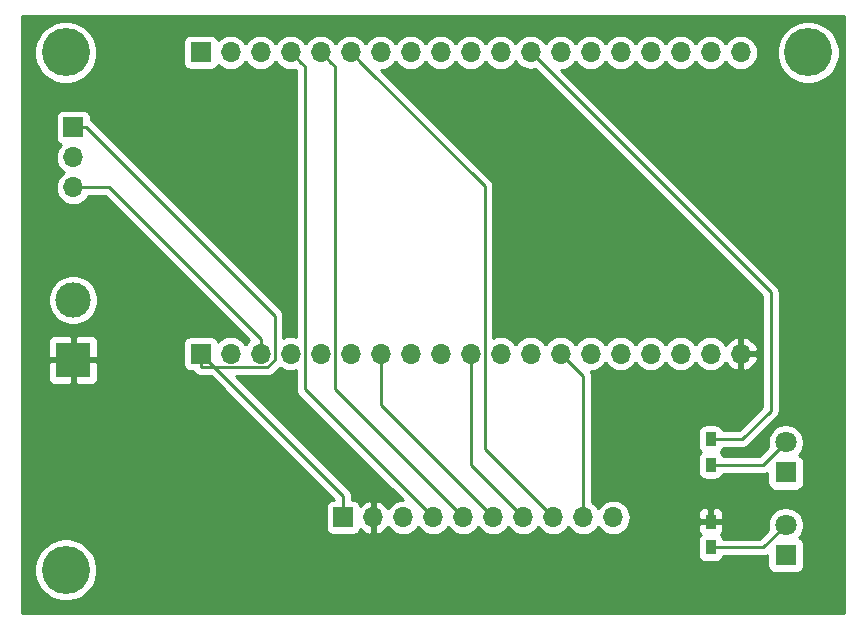
<source format=gbr>
G04 #@! TF.GenerationSoftware,KiCad,Pcbnew,(5.1.2)-2*
G04 #@! TF.CreationDate,2019-10-27T20:23:59-05:00*
G04 #@! TF.ProjectId,ESP_board,4553505f-626f-4617-9264-2e6b69636164,rev?*
G04 #@! TF.SameCoordinates,Original*
G04 #@! TF.FileFunction,Copper,L1,Top*
G04 #@! TF.FilePolarity,Positive*
%FSLAX46Y46*%
G04 Gerber Fmt 4.6, Leading zero omitted, Abs format (unit mm)*
G04 Created by KiCad (PCBNEW (5.1.2)-2) date 2019-10-27 20:23:59*
%MOMM*%
%LPD*%
G04 APERTURE LIST*
%ADD10R,1.700000X1.700000*%
%ADD11O,1.700000X1.700000*%
%ADD12C,4.064000*%
%ADD13R,1.800000X1.800000*%
%ADD14C,1.800000*%
%ADD15R,0.900000X1.200000*%
%ADD16R,3.000000X3.000000*%
%ADD17C,3.000000*%
%ADD18C,0.250000*%
%ADD19C,0.254000*%
G04 APERTURE END LIST*
D10*
X116205000Y-112395000D03*
D11*
X118745000Y-112395000D03*
X121285000Y-112395000D03*
X123825000Y-112395000D03*
X126365000Y-112395000D03*
X128905000Y-112395000D03*
X131445000Y-112395000D03*
X133985000Y-112395000D03*
X136525000Y-112395000D03*
X139065000Y-112395000D03*
D12*
X155575000Y-73025000D03*
X92710000Y-116840000D03*
X92710000Y-73025000D03*
D10*
X93345000Y-79375000D03*
D11*
X93345000Y-81915000D03*
X93345000Y-84455000D03*
D13*
X153670000Y-115570000D03*
D14*
X153670000Y-113030000D03*
D13*
X153670000Y-108585000D03*
D14*
X153670000Y-106045000D03*
D10*
X104140000Y-73025000D03*
D11*
X106680000Y-73025000D03*
X109220000Y-73025000D03*
X111760000Y-73025000D03*
X114300000Y-73025000D03*
X116840000Y-73025000D03*
X119380000Y-73025000D03*
X121920000Y-73025000D03*
X124460000Y-73025000D03*
X127000000Y-73025000D03*
X129540000Y-73025000D03*
X132080000Y-73000000D03*
X134620000Y-73025000D03*
X137160000Y-73025000D03*
X139700000Y-73025000D03*
X142240000Y-73025000D03*
X144780000Y-73025000D03*
X147320000Y-73025000D03*
X149860000Y-73025000D03*
D10*
X104140000Y-98520000D03*
D11*
X106680000Y-98520000D03*
X109220000Y-98520000D03*
X111760000Y-98520000D03*
X114300000Y-98520000D03*
X116840000Y-98520000D03*
X119380000Y-98520000D03*
X121920000Y-98520000D03*
X124460000Y-98520000D03*
X127000000Y-98520000D03*
X129540000Y-98520000D03*
X132080000Y-98520000D03*
X134620000Y-98520000D03*
X137160000Y-98520000D03*
X139700000Y-98520000D03*
X142240000Y-98520000D03*
X144780000Y-98520000D03*
X147320000Y-98520000D03*
X149860000Y-98520000D03*
D15*
X147320000Y-114935000D03*
X147320000Y-112735000D03*
X147320000Y-107950000D03*
X147320000Y-105750000D03*
D16*
X93345000Y-99060000D03*
D17*
X93345000Y-93980000D03*
D18*
X151765000Y-107950000D02*
X153670000Y-106045000D01*
X147320000Y-107950000D02*
X151765000Y-107950000D01*
X151765000Y-114935000D02*
X153670000Y-113030000D01*
X147320000Y-114935000D02*
X151765000Y-114935000D01*
X116205000Y-110585000D02*
X104140000Y-98520000D01*
X116205000Y-112395000D02*
X116205000Y-110585000D01*
X94445000Y-79375000D02*
X93345000Y-79375000D01*
X110395001Y-99084001D02*
X110395001Y-95325001D01*
X109784001Y-99695001D02*
X110395001Y-99084001D01*
X110395001Y-95325001D02*
X94445000Y-79375000D01*
X104215001Y-99695001D02*
X109784001Y-99695001D01*
X104140000Y-99620000D02*
X104215001Y-99695001D01*
X104140000Y-98520000D02*
X104140000Y-99620000D01*
X94547081Y-84455000D02*
X93345000Y-84455000D01*
X96357081Y-84455000D02*
X94547081Y-84455000D01*
X109220000Y-97317919D02*
X96357081Y-84455000D01*
X109220000Y-98520000D02*
X109220000Y-97317919D01*
X119380000Y-102870000D02*
X119380000Y-98520000D01*
X128905000Y-112395000D02*
X119380000Y-102870000D01*
X127000000Y-107950000D02*
X127000000Y-98520000D01*
X131445000Y-112395000D02*
X127000000Y-107950000D01*
X136525000Y-100425000D02*
X134620000Y-98520000D01*
X136525000Y-112395000D02*
X136525000Y-100425000D01*
X147320000Y-112735000D02*
X147320000Y-112585000D01*
X112609999Y-73874999D02*
X111760000Y-73025000D01*
X112935001Y-74200001D02*
X112609999Y-73874999D01*
X112935001Y-101505001D02*
X112935001Y-74200001D01*
X123825000Y-112395000D02*
X112935001Y-101505001D01*
X115149999Y-73874999D02*
X114300000Y-73025000D01*
X115475001Y-74200001D02*
X115149999Y-73874999D01*
X115475001Y-101505001D02*
X115475001Y-74200001D01*
X126365000Y-112395000D02*
X115475001Y-101505001D01*
X117689999Y-73874999D02*
X116840000Y-73025000D01*
X128175001Y-84360001D02*
X117689999Y-73874999D01*
X128175001Y-106585001D02*
X128175001Y-84360001D01*
X133985000Y-112395000D02*
X128175001Y-106585001D01*
X152400000Y-93320000D02*
X132080000Y-73000000D01*
X152400000Y-103355000D02*
X152400000Y-93320000D01*
X150005000Y-105750000D02*
X147320000Y-105750000D01*
X152400000Y-103355000D02*
X150005000Y-105750000D01*
D19*
G36*
X158623000Y-120523000D02*
G01*
X89027000Y-120523000D01*
X89027000Y-116577323D01*
X90043000Y-116577323D01*
X90043000Y-117102677D01*
X90145492Y-117617935D01*
X90346536Y-118103298D01*
X90638406Y-118540113D01*
X91009887Y-118911594D01*
X91446702Y-119203464D01*
X91932065Y-119404508D01*
X92447323Y-119507000D01*
X92972677Y-119507000D01*
X93487935Y-119404508D01*
X93973298Y-119203464D01*
X94410113Y-118911594D01*
X94781594Y-118540113D01*
X95073464Y-118103298D01*
X95274508Y-117617935D01*
X95377000Y-117102677D01*
X95377000Y-116577323D01*
X95274508Y-116062065D01*
X95073464Y-115576702D01*
X94781594Y-115139887D01*
X94410113Y-114768406D01*
X93973298Y-114476536D01*
X93487935Y-114275492D01*
X92972677Y-114173000D01*
X92447323Y-114173000D01*
X91932065Y-114275492D01*
X91446702Y-114476536D01*
X91009887Y-114768406D01*
X90638406Y-115139887D01*
X90346536Y-115576702D01*
X90145492Y-116062065D01*
X90043000Y-116577323D01*
X89027000Y-116577323D01*
X89027000Y-100560000D01*
X91206928Y-100560000D01*
X91219188Y-100684482D01*
X91255498Y-100804180D01*
X91314463Y-100914494D01*
X91393815Y-101011185D01*
X91490506Y-101090537D01*
X91600820Y-101149502D01*
X91720518Y-101185812D01*
X91845000Y-101198072D01*
X93059250Y-101195000D01*
X93218000Y-101036250D01*
X93218000Y-99187000D01*
X93472000Y-99187000D01*
X93472000Y-101036250D01*
X93630750Y-101195000D01*
X94845000Y-101198072D01*
X94969482Y-101185812D01*
X95089180Y-101149502D01*
X95199494Y-101090537D01*
X95296185Y-101011185D01*
X95375537Y-100914494D01*
X95434502Y-100804180D01*
X95470812Y-100684482D01*
X95483072Y-100560000D01*
X95480000Y-99345750D01*
X95321250Y-99187000D01*
X93472000Y-99187000D01*
X93218000Y-99187000D01*
X91368750Y-99187000D01*
X91210000Y-99345750D01*
X91206928Y-100560000D01*
X89027000Y-100560000D01*
X89027000Y-97560000D01*
X91206928Y-97560000D01*
X91210000Y-98774250D01*
X91368750Y-98933000D01*
X93218000Y-98933000D01*
X93218000Y-97083750D01*
X93472000Y-97083750D01*
X93472000Y-98933000D01*
X95321250Y-98933000D01*
X95480000Y-98774250D01*
X95483072Y-97560000D01*
X95470812Y-97435518D01*
X95434502Y-97315820D01*
X95375537Y-97205506D01*
X95296185Y-97108815D01*
X95199494Y-97029463D01*
X95089180Y-96970498D01*
X94969482Y-96934188D01*
X94845000Y-96921928D01*
X93630750Y-96925000D01*
X93472000Y-97083750D01*
X93218000Y-97083750D01*
X93059250Y-96925000D01*
X91845000Y-96921928D01*
X91720518Y-96934188D01*
X91600820Y-96970498D01*
X91490506Y-97029463D01*
X91393815Y-97108815D01*
X91314463Y-97205506D01*
X91255498Y-97315820D01*
X91219188Y-97435518D01*
X91206928Y-97560000D01*
X89027000Y-97560000D01*
X89027000Y-93769721D01*
X91210000Y-93769721D01*
X91210000Y-94190279D01*
X91292047Y-94602756D01*
X91452988Y-94991302D01*
X91686637Y-95340983D01*
X91984017Y-95638363D01*
X92333698Y-95872012D01*
X92722244Y-96032953D01*
X93134721Y-96115000D01*
X93555279Y-96115000D01*
X93967756Y-96032953D01*
X94356302Y-95872012D01*
X94705983Y-95638363D01*
X95003363Y-95340983D01*
X95237012Y-94991302D01*
X95397953Y-94602756D01*
X95480000Y-94190279D01*
X95480000Y-93769721D01*
X95397953Y-93357244D01*
X95237012Y-92968698D01*
X95003363Y-92619017D01*
X94705983Y-92321637D01*
X94356302Y-92087988D01*
X93967756Y-91927047D01*
X93555279Y-91845000D01*
X93134721Y-91845000D01*
X92722244Y-91927047D01*
X92333698Y-92087988D01*
X91984017Y-92321637D01*
X91686637Y-92619017D01*
X91452988Y-92968698D01*
X91292047Y-93357244D01*
X91210000Y-93769721D01*
X89027000Y-93769721D01*
X89027000Y-81915000D01*
X91852815Y-81915000D01*
X91881487Y-82206111D01*
X91966401Y-82486034D01*
X92104294Y-82744014D01*
X92289866Y-82970134D01*
X92515986Y-83155706D01*
X92570791Y-83185000D01*
X92515986Y-83214294D01*
X92289866Y-83399866D01*
X92104294Y-83625986D01*
X91966401Y-83883966D01*
X91881487Y-84163889D01*
X91852815Y-84455000D01*
X91881487Y-84746111D01*
X91966401Y-85026034D01*
X92104294Y-85284014D01*
X92289866Y-85510134D01*
X92515986Y-85695706D01*
X92773966Y-85833599D01*
X93053889Y-85918513D01*
X93272050Y-85940000D01*
X93417950Y-85940000D01*
X93636111Y-85918513D01*
X93916034Y-85833599D01*
X94174014Y-85695706D01*
X94400134Y-85510134D01*
X94585706Y-85284014D01*
X94622595Y-85215000D01*
X96042280Y-85215000D01*
X108234773Y-97407494D01*
X108164866Y-97464866D01*
X107979294Y-97690986D01*
X107950000Y-97745791D01*
X107920706Y-97690986D01*
X107735134Y-97464866D01*
X107509014Y-97279294D01*
X107251034Y-97141401D01*
X106971111Y-97056487D01*
X106752950Y-97035000D01*
X106607050Y-97035000D01*
X106388889Y-97056487D01*
X106108966Y-97141401D01*
X105850986Y-97279294D01*
X105624866Y-97464866D01*
X105600393Y-97494687D01*
X105579502Y-97425820D01*
X105520537Y-97315506D01*
X105441185Y-97218815D01*
X105344494Y-97139463D01*
X105234180Y-97080498D01*
X105114482Y-97044188D01*
X104990000Y-97031928D01*
X103290000Y-97031928D01*
X103165518Y-97044188D01*
X103045820Y-97080498D01*
X102935506Y-97139463D01*
X102838815Y-97218815D01*
X102759463Y-97315506D01*
X102700498Y-97425820D01*
X102664188Y-97545518D01*
X102651928Y-97670000D01*
X102651928Y-99370000D01*
X102664188Y-99494482D01*
X102700498Y-99614180D01*
X102759463Y-99724494D01*
X102838815Y-99821185D01*
X102935506Y-99900537D01*
X103045820Y-99959502D01*
X103165518Y-99995812D01*
X103290000Y-100008072D01*
X103485674Y-100008072D01*
X103505026Y-100044276D01*
X103576201Y-100131002D01*
X103600000Y-100160001D01*
X103628996Y-100183797D01*
X103651200Y-100206002D01*
X103675000Y-100235002D01*
X103790725Y-100329975D01*
X103922754Y-100400547D01*
X104066015Y-100444004D01*
X104177668Y-100455001D01*
X104177678Y-100455001D01*
X104215000Y-100458677D01*
X104252323Y-100455001D01*
X105000200Y-100455001D01*
X115445001Y-110899803D01*
X115445001Y-110906928D01*
X115355000Y-110906928D01*
X115230518Y-110919188D01*
X115110820Y-110955498D01*
X115000506Y-111014463D01*
X114903815Y-111093815D01*
X114824463Y-111190506D01*
X114765498Y-111300820D01*
X114729188Y-111420518D01*
X114716928Y-111545000D01*
X114716928Y-113245000D01*
X114729188Y-113369482D01*
X114765498Y-113489180D01*
X114824463Y-113599494D01*
X114903815Y-113696185D01*
X115000506Y-113775537D01*
X115110820Y-113834502D01*
X115230518Y-113870812D01*
X115355000Y-113883072D01*
X117055000Y-113883072D01*
X117179482Y-113870812D01*
X117299180Y-113834502D01*
X117409494Y-113775537D01*
X117506185Y-113696185D01*
X117585537Y-113599494D01*
X117644502Y-113489180D01*
X117668966Y-113408534D01*
X117744731Y-113492588D01*
X117978080Y-113666641D01*
X118240901Y-113791825D01*
X118388110Y-113836476D01*
X118618000Y-113715155D01*
X118618000Y-112522000D01*
X118598000Y-112522000D01*
X118598000Y-112268000D01*
X118618000Y-112268000D01*
X118618000Y-111074845D01*
X118388110Y-110953524D01*
X118240901Y-110998175D01*
X117978080Y-111123359D01*
X117744731Y-111297412D01*
X117668966Y-111381466D01*
X117644502Y-111300820D01*
X117585537Y-111190506D01*
X117506185Y-111093815D01*
X117409494Y-111014463D01*
X117299180Y-110955498D01*
X117179482Y-110919188D01*
X117055000Y-110906928D01*
X116965000Y-110906928D01*
X116965000Y-110622325D01*
X116968676Y-110585000D01*
X116965000Y-110547675D01*
X116965000Y-110547667D01*
X116954003Y-110436014D01*
X116910546Y-110292753D01*
X116839974Y-110160724D01*
X116745001Y-110044999D01*
X116716003Y-110021201D01*
X107149802Y-100455001D01*
X109746679Y-100455001D01*
X109784001Y-100458677D01*
X109821323Y-100455001D01*
X109821334Y-100455001D01*
X109932987Y-100444004D01*
X110076248Y-100400547D01*
X110208277Y-100329975D01*
X110324002Y-100235002D01*
X110347804Y-100205999D01*
X110855252Y-99698553D01*
X110930986Y-99760706D01*
X111188966Y-99898599D01*
X111468889Y-99983513D01*
X111687050Y-100005000D01*
X111832950Y-100005000D01*
X112051111Y-99983513D01*
X112175001Y-99945931D01*
X112175001Y-101467679D01*
X112171325Y-101505001D01*
X112175001Y-101542323D01*
X112175001Y-101542333D01*
X112185998Y-101653986D01*
X112229455Y-101797247D01*
X112300027Y-101929277D01*
X112339872Y-101977827D01*
X112395000Y-102045002D01*
X112424004Y-102068805D01*
X121265198Y-110910000D01*
X121212050Y-110910000D01*
X120993889Y-110931487D01*
X120713966Y-111016401D01*
X120455986Y-111154294D01*
X120229866Y-111339866D01*
X120044294Y-111565986D01*
X120009799Y-111630523D01*
X119940178Y-111513645D01*
X119745269Y-111297412D01*
X119511920Y-111123359D01*
X119249099Y-110998175D01*
X119101890Y-110953524D01*
X118872000Y-111074845D01*
X118872000Y-112268000D01*
X118892000Y-112268000D01*
X118892000Y-112522000D01*
X118872000Y-112522000D01*
X118872000Y-113715155D01*
X119101890Y-113836476D01*
X119249099Y-113791825D01*
X119511920Y-113666641D01*
X119745269Y-113492588D01*
X119940178Y-113276355D01*
X120009799Y-113159477D01*
X120044294Y-113224014D01*
X120229866Y-113450134D01*
X120455986Y-113635706D01*
X120713966Y-113773599D01*
X120993889Y-113858513D01*
X121212050Y-113880000D01*
X121357950Y-113880000D01*
X121576111Y-113858513D01*
X121856034Y-113773599D01*
X122114014Y-113635706D01*
X122340134Y-113450134D01*
X122525706Y-113224014D01*
X122555000Y-113169209D01*
X122584294Y-113224014D01*
X122769866Y-113450134D01*
X122995986Y-113635706D01*
X123253966Y-113773599D01*
X123533889Y-113858513D01*
X123752050Y-113880000D01*
X123897950Y-113880000D01*
X124116111Y-113858513D01*
X124396034Y-113773599D01*
X124654014Y-113635706D01*
X124880134Y-113450134D01*
X125065706Y-113224014D01*
X125095000Y-113169209D01*
X125124294Y-113224014D01*
X125309866Y-113450134D01*
X125535986Y-113635706D01*
X125793966Y-113773599D01*
X126073889Y-113858513D01*
X126292050Y-113880000D01*
X126437950Y-113880000D01*
X126656111Y-113858513D01*
X126936034Y-113773599D01*
X127194014Y-113635706D01*
X127420134Y-113450134D01*
X127605706Y-113224014D01*
X127635000Y-113169209D01*
X127664294Y-113224014D01*
X127849866Y-113450134D01*
X128075986Y-113635706D01*
X128333966Y-113773599D01*
X128613889Y-113858513D01*
X128832050Y-113880000D01*
X128977950Y-113880000D01*
X129196111Y-113858513D01*
X129476034Y-113773599D01*
X129734014Y-113635706D01*
X129960134Y-113450134D01*
X130145706Y-113224014D01*
X130175000Y-113169209D01*
X130204294Y-113224014D01*
X130389866Y-113450134D01*
X130615986Y-113635706D01*
X130873966Y-113773599D01*
X131153889Y-113858513D01*
X131372050Y-113880000D01*
X131517950Y-113880000D01*
X131736111Y-113858513D01*
X132016034Y-113773599D01*
X132274014Y-113635706D01*
X132500134Y-113450134D01*
X132685706Y-113224014D01*
X132715000Y-113169209D01*
X132744294Y-113224014D01*
X132929866Y-113450134D01*
X133155986Y-113635706D01*
X133413966Y-113773599D01*
X133693889Y-113858513D01*
X133912050Y-113880000D01*
X134057950Y-113880000D01*
X134276111Y-113858513D01*
X134556034Y-113773599D01*
X134814014Y-113635706D01*
X135040134Y-113450134D01*
X135225706Y-113224014D01*
X135255000Y-113169209D01*
X135284294Y-113224014D01*
X135469866Y-113450134D01*
X135695986Y-113635706D01*
X135953966Y-113773599D01*
X136233889Y-113858513D01*
X136452050Y-113880000D01*
X136597950Y-113880000D01*
X136816111Y-113858513D01*
X137096034Y-113773599D01*
X137354014Y-113635706D01*
X137580134Y-113450134D01*
X137765706Y-113224014D01*
X137795000Y-113169209D01*
X137824294Y-113224014D01*
X138009866Y-113450134D01*
X138235986Y-113635706D01*
X138493966Y-113773599D01*
X138773889Y-113858513D01*
X138992050Y-113880000D01*
X139137950Y-113880000D01*
X139356111Y-113858513D01*
X139636034Y-113773599D01*
X139894014Y-113635706D01*
X140120134Y-113450134D01*
X140214622Y-113335000D01*
X146231928Y-113335000D01*
X146244188Y-113459482D01*
X146280498Y-113579180D01*
X146339463Y-113689494D01*
X146418815Y-113786185D01*
X146478296Y-113835000D01*
X146418815Y-113883815D01*
X146339463Y-113980506D01*
X146280498Y-114090820D01*
X146244188Y-114210518D01*
X146231928Y-114335000D01*
X146231928Y-115535000D01*
X146244188Y-115659482D01*
X146280498Y-115779180D01*
X146339463Y-115889494D01*
X146418815Y-115986185D01*
X146515506Y-116065537D01*
X146625820Y-116124502D01*
X146745518Y-116160812D01*
X146870000Y-116173072D01*
X147770000Y-116173072D01*
X147894482Y-116160812D01*
X148014180Y-116124502D01*
X148124494Y-116065537D01*
X148221185Y-115986185D01*
X148300537Y-115889494D01*
X148359502Y-115779180D01*
X148385038Y-115695000D01*
X151727678Y-115695000D01*
X151765000Y-115698676D01*
X151802322Y-115695000D01*
X151802333Y-115695000D01*
X151913986Y-115684003D01*
X152057247Y-115640546D01*
X152131928Y-115600628D01*
X152131928Y-116470000D01*
X152144188Y-116594482D01*
X152180498Y-116714180D01*
X152239463Y-116824494D01*
X152318815Y-116921185D01*
X152415506Y-117000537D01*
X152525820Y-117059502D01*
X152645518Y-117095812D01*
X152770000Y-117108072D01*
X154570000Y-117108072D01*
X154694482Y-117095812D01*
X154814180Y-117059502D01*
X154924494Y-117000537D01*
X155021185Y-116921185D01*
X155100537Y-116824494D01*
X155159502Y-116714180D01*
X155195812Y-116594482D01*
X155208072Y-116470000D01*
X155208072Y-114670000D01*
X155195812Y-114545518D01*
X155159502Y-114425820D01*
X155100537Y-114315506D01*
X155021185Y-114218815D01*
X154924494Y-114139463D01*
X154814180Y-114080498D01*
X154795873Y-114074944D01*
X154862312Y-114008505D01*
X155030299Y-113757095D01*
X155146011Y-113477743D01*
X155205000Y-113181184D01*
X155205000Y-112878816D01*
X155146011Y-112582257D01*
X155030299Y-112302905D01*
X154862312Y-112051495D01*
X154648505Y-111837688D01*
X154397095Y-111669701D01*
X154117743Y-111553989D01*
X153821184Y-111495000D01*
X153518816Y-111495000D01*
X153222257Y-111553989D01*
X152942905Y-111669701D01*
X152691495Y-111837688D01*
X152477688Y-112051495D01*
X152309701Y-112302905D01*
X152193989Y-112582257D01*
X152135000Y-112878816D01*
X152135000Y-113181184D01*
X152186269Y-113438930D01*
X151450199Y-114175000D01*
X148385038Y-114175000D01*
X148359502Y-114090820D01*
X148300537Y-113980506D01*
X148221185Y-113883815D01*
X148161704Y-113835000D01*
X148221185Y-113786185D01*
X148300537Y-113689494D01*
X148359502Y-113579180D01*
X148395812Y-113459482D01*
X148408072Y-113335000D01*
X148405000Y-113020750D01*
X148246250Y-112862000D01*
X147447000Y-112862000D01*
X147447000Y-112882000D01*
X147193000Y-112882000D01*
X147193000Y-112862000D01*
X146393750Y-112862000D01*
X146235000Y-113020750D01*
X146231928Y-113335000D01*
X140214622Y-113335000D01*
X140305706Y-113224014D01*
X140443599Y-112966034D01*
X140528513Y-112686111D01*
X140557185Y-112395000D01*
X140531578Y-112135000D01*
X146231928Y-112135000D01*
X146235000Y-112449250D01*
X146393750Y-112608000D01*
X147193000Y-112608000D01*
X147193000Y-111658750D01*
X147447000Y-111658750D01*
X147447000Y-112608000D01*
X148246250Y-112608000D01*
X148405000Y-112449250D01*
X148408072Y-112135000D01*
X148395812Y-112010518D01*
X148359502Y-111890820D01*
X148300537Y-111780506D01*
X148221185Y-111683815D01*
X148124494Y-111604463D01*
X148014180Y-111545498D01*
X147894482Y-111509188D01*
X147770000Y-111496928D01*
X147605750Y-111500000D01*
X147447000Y-111658750D01*
X147193000Y-111658750D01*
X147034250Y-111500000D01*
X146870000Y-111496928D01*
X146745518Y-111509188D01*
X146625820Y-111545498D01*
X146515506Y-111604463D01*
X146418815Y-111683815D01*
X146339463Y-111780506D01*
X146280498Y-111890820D01*
X146244188Y-112010518D01*
X146231928Y-112135000D01*
X140531578Y-112135000D01*
X140528513Y-112103889D01*
X140443599Y-111823966D01*
X140305706Y-111565986D01*
X140120134Y-111339866D01*
X139894014Y-111154294D01*
X139636034Y-111016401D01*
X139356111Y-110931487D01*
X139137950Y-110910000D01*
X138992050Y-110910000D01*
X138773889Y-110931487D01*
X138493966Y-111016401D01*
X138235986Y-111154294D01*
X138009866Y-111339866D01*
X137824294Y-111565986D01*
X137795000Y-111620791D01*
X137765706Y-111565986D01*
X137580134Y-111339866D01*
X137354014Y-111154294D01*
X137285000Y-111117405D01*
X137285000Y-100462323D01*
X137288676Y-100425000D01*
X137285000Y-100387677D01*
X137285000Y-100387667D01*
X137274003Y-100276014D01*
X137230546Y-100132753D01*
X137162260Y-100005000D01*
X137232950Y-100005000D01*
X137451111Y-99983513D01*
X137731034Y-99898599D01*
X137989014Y-99760706D01*
X138215134Y-99575134D01*
X138400706Y-99349014D01*
X138430000Y-99294209D01*
X138459294Y-99349014D01*
X138644866Y-99575134D01*
X138870986Y-99760706D01*
X139128966Y-99898599D01*
X139408889Y-99983513D01*
X139627050Y-100005000D01*
X139772950Y-100005000D01*
X139991111Y-99983513D01*
X140271034Y-99898599D01*
X140529014Y-99760706D01*
X140755134Y-99575134D01*
X140940706Y-99349014D01*
X140970000Y-99294209D01*
X140999294Y-99349014D01*
X141184866Y-99575134D01*
X141410986Y-99760706D01*
X141668966Y-99898599D01*
X141948889Y-99983513D01*
X142167050Y-100005000D01*
X142312950Y-100005000D01*
X142531111Y-99983513D01*
X142811034Y-99898599D01*
X143069014Y-99760706D01*
X143295134Y-99575134D01*
X143480706Y-99349014D01*
X143510000Y-99294209D01*
X143539294Y-99349014D01*
X143724866Y-99575134D01*
X143950986Y-99760706D01*
X144208966Y-99898599D01*
X144488889Y-99983513D01*
X144707050Y-100005000D01*
X144852950Y-100005000D01*
X145071111Y-99983513D01*
X145351034Y-99898599D01*
X145609014Y-99760706D01*
X145835134Y-99575134D01*
X146020706Y-99349014D01*
X146050000Y-99294209D01*
X146079294Y-99349014D01*
X146264866Y-99575134D01*
X146490986Y-99760706D01*
X146748966Y-99898599D01*
X147028889Y-99983513D01*
X147247050Y-100005000D01*
X147392950Y-100005000D01*
X147611111Y-99983513D01*
X147891034Y-99898599D01*
X148149014Y-99760706D01*
X148375134Y-99575134D01*
X148560706Y-99349014D01*
X148595201Y-99284477D01*
X148664822Y-99401355D01*
X148859731Y-99617588D01*
X149093080Y-99791641D01*
X149355901Y-99916825D01*
X149503110Y-99961476D01*
X149733000Y-99840155D01*
X149733000Y-98647000D01*
X149987000Y-98647000D01*
X149987000Y-99840155D01*
X150216890Y-99961476D01*
X150364099Y-99916825D01*
X150626920Y-99791641D01*
X150860269Y-99617588D01*
X151055178Y-99401355D01*
X151204157Y-99151252D01*
X151301481Y-98876891D01*
X151180814Y-98647000D01*
X149987000Y-98647000D01*
X149733000Y-98647000D01*
X149713000Y-98647000D01*
X149713000Y-98393000D01*
X149733000Y-98393000D01*
X149733000Y-97199845D01*
X149987000Y-97199845D01*
X149987000Y-98393000D01*
X151180814Y-98393000D01*
X151301481Y-98163109D01*
X151204157Y-97888748D01*
X151055178Y-97638645D01*
X150860269Y-97422412D01*
X150626920Y-97248359D01*
X150364099Y-97123175D01*
X150216890Y-97078524D01*
X149987000Y-97199845D01*
X149733000Y-97199845D01*
X149503110Y-97078524D01*
X149355901Y-97123175D01*
X149093080Y-97248359D01*
X148859731Y-97422412D01*
X148664822Y-97638645D01*
X148595201Y-97755523D01*
X148560706Y-97690986D01*
X148375134Y-97464866D01*
X148149014Y-97279294D01*
X147891034Y-97141401D01*
X147611111Y-97056487D01*
X147392950Y-97035000D01*
X147247050Y-97035000D01*
X147028889Y-97056487D01*
X146748966Y-97141401D01*
X146490986Y-97279294D01*
X146264866Y-97464866D01*
X146079294Y-97690986D01*
X146050000Y-97745791D01*
X146020706Y-97690986D01*
X145835134Y-97464866D01*
X145609014Y-97279294D01*
X145351034Y-97141401D01*
X145071111Y-97056487D01*
X144852950Y-97035000D01*
X144707050Y-97035000D01*
X144488889Y-97056487D01*
X144208966Y-97141401D01*
X143950986Y-97279294D01*
X143724866Y-97464866D01*
X143539294Y-97690986D01*
X143510000Y-97745791D01*
X143480706Y-97690986D01*
X143295134Y-97464866D01*
X143069014Y-97279294D01*
X142811034Y-97141401D01*
X142531111Y-97056487D01*
X142312950Y-97035000D01*
X142167050Y-97035000D01*
X141948889Y-97056487D01*
X141668966Y-97141401D01*
X141410986Y-97279294D01*
X141184866Y-97464866D01*
X140999294Y-97690986D01*
X140970000Y-97745791D01*
X140940706Y-97690986D01*
X140755134Y-97464866D01*
X140529014Y-97279294D01*
X140271034Y-97141401D01*
X139991111Y-97056487D01*
X139772950Y-97035000D01*
X139627050Y-97035000D01*
X139408889Y-97056487D01*
X139128966Y-97141401D01*
X138870986Y-97279294D01*
X138644866Y-97464866D01*
X138459294Y-97690986D01*
X138430000Y-97745791D01*
X138400706Y-97690986D01*
X138215134Y-97464866D01*
X137989014Y-97279294D01*
X137731034Y-97141401D01*
X137451111Y-97056487D01*
X137232950Y-97035000D01*
X137087050Y-97035000D01*
X136868889Y-97056487D01*
X136588966Y-97141401D01*
X136330986Y-97279294D01*
X136104866Y-97464866D01*
X135919294Y-97690986D01*
X135890000Y-97745791D01*
X135860706Y-97690986D01*
X135675134Y-97464866D01*
X135449014Y-97279294D01*
X135191034Y-97141401D01*
X134911111Y-97056487D01*
X134692950Y-97035000D01*
X134547050Y-97035000D01*
X134328889Y-97056487D01*
X134048966Y-97141401D01*
X133790986Y-97279294D01*
X133564866Y-97464866D01*
X133379294Y-97690986D01*
X133350000Y-97745791D01*
X133320706Y-97690986D01*
X133135134Y-97464866D01*
X132909014Y-97279294D01*
X132651034Y-97141401D01*
X132371111Y-97056487D01*
X132152950Y-97035000D01*
X132007050Y-97035000D01*
X131788889Y-97056487D01*
X131508966Y-97141401D01*
X131250986Y-97279294D01*
X131024866Y-97464866D01*
X130839294Y-97690986D01*
X130810000Y-97745791D01*
X130780706Y-97690986D01*
X130595134Y-97464866D01*
X130369014Y-97279294D01*
X130111034Y-97141401D01*
X129831111Y-97056487D01*
X129612950Y-97035000D01*
X129467050Y-97035000D01*
X129248889Y-97056487D01*
X128968966Y-97141401D01*
X128935001Y-97159556D01*
X128935001Y-84397323D01*
X128938677Y-84360000D01*
X128935001Y-84322677D01*
X128935001Y-84322668D01*
X128924004Y-84211015D01*
X128880547Y-84067754D01*
X128860754Y-84030724D01*
X128809975Y-83935724D01*
X128738800Y-83848998D01*
X128715002Y-83820000D01*
X128686004Y-83796202D01*
X119399801Y-74510000D01*
X119452950Y-74510000D01*
X119671111Y-74488513D01*
X119951034Y-74403599D01*
X120209014Y-74265706D01*
X120435134Y-74080134D01*
X120620706Y-73854014D01*
X120650000Y-73799209D01*
X120679294Y-73854014D01*
X120864866Y-74080134D01*
X121090986Y-74265706D01*
X121348966Y-74403599D01*
X121628889Y-74488513D01*
X121847050Y-74510000D01*
X121992950Y-74510000D01*
X122211111Y-74488513D01*
X122491034Y-74403599D01*
X122749014Y-74265706D01*
X122975134Y-74080134D01*
X123160706Y-73854014D01*
X123190000Y-73799209D01*
X123219294Y-73854014D01*
X123404866Y-74080134D01*
X123630986Y-74265706D01*
X123888966Y-74403599D01*
X124168889Y-74488513D01*
X124387050Y-74510000D01*
X124532950Y-74510000D01*
X124751111Y-74488513D01*
X125031034Y-74403599D01*
X125289014Y-74265706D01*
X125515134Y-74080134D01*
X125700706Y-73854014D01*
X125730000Y-73799209D01*
X125759294Y-73854014D01*
X125944866Y-74080134D01*
X126170986Y-74265706D01*
X126428966Y-74403599D01*
X126708889Y-74488513D01*
X126927050Y-74510000D01*
X127072950Y-74510000D01*
X127291111Y-74488513D01*
X127571034Y-74403599D01*
X127829014Y-74265706D01*
X128055134Y-74080134D01*
X128240706Y-73854014D01*
X128270000Y-73799209D01*
X128299294Y-73854014D01*
X128484866Y-74080134D01*
X128710986Y-74265706D01*
X128968966Y-74403599D01*
X129248889Y-74488513D01*
X129467050Y-74510000D01*
X129612950Y-74510000D01*
X129831111Y-74488513D01*
X130111034Y-74403599D01*
X130369014Y-74265706D01*
X130595134Y-74080134D01*
X130780706Y-73854014D01*
X130816681Y-73786709D01*
X130839294Y-73829014D01*
X131024866Y-74055134D01*
X131250986Y-74240706D01*
X131508966Y-74378599D01*
X131788889Y-74463513D01*
X132007050Y-74485000D01*
X132152950Y-74485000D01*
X132371111Y-74463513D01*
X132445996Y-74440797D01*
X151640001Y-93634803D01*
X151640000Y-103040197D01*
X149690199Y-104990000D01*
X148385038Y-104990000D01*
X148359502Y-104905820D01*
X148300537Y-104795506D01*
X148221185Y-104698815D01*
X148124494Y-104619463D01*
X148014180Y-104560498D01*
X147894482Y-104524188D01*
X147770000Y-104511928D01*
X146870000Y-104511928D01*
X146745518Y-104524188D01*
X146625820Y-104560498D01*
X146515506Y-104619463D01*
X146418815Y-104698815D01*
X146339463Y-104795506D01*
X146280498Y-104905820D01*
X146244188Y-105025518D01*
X146231928Y-105150000D01*
X146231928Y-106350000D01*
X146244188Y-106474482D01*
X146280498Y-106594180D01*
X146339463Y-106704494D01*
X146418815Y-106801185D01*
X146478296Y-106850000D01*
X146418815Y-106898815D01*
X146339463Y-106995506D01*
X146280498Y-107105820D01*
X146244188Y-107225518D01*
X146231928Y-107350000D01*
X146231928Y-108550000D01*
X146244188Y-108674482D01*
X146280498Y-108794180D01*
X146339463Y-108904494D01*
X146418815Y-109001185D01*
X146515506Y-109080537D01*
X146625820Y-109139502D01*
X146745518Y-109175812D01*
X146870000Y-109188072D01*
X147770000Y-109188072D01*
X147894482Y-109175812D01*
X148014180Y-109139502D01*
X148124494Y-109080537D01*
X148221185Y-109001185D01*
X148300537Y-108904494D01*
X148359502Y-108794180D01*
X148385038Y-108710000D01*
X151727678Y-108710000D01*
X151765000Y-108713676D01*
X151802322Y-108710000D01*
X151802333Y-108710000D01*
X151913986Y-108699003D01*
X152057247Y-108655546D01*
X152131928Y-108615628D01*
X152131928Y-109485000D01*
X152144188Y-109609482D01*
X152180498Y-109729180D01*
X152239463Y-109839494D01*
X152318815Y-109936185D01*
X152415506Y-110015537D01*
X152525820Y-110074502D01*
X152645518Y-110110812D01*
X152770000Y-110123072D01*
X154570000Y-110123072D01*
X154694482Y-110110812D01*
X154814180Y-110074502D01*
X154924494Y-110015537D01*
X155021185Y-109936185D01*
X155100537Y-109839494D01*
X155159502Y-109729180D01*
X155195812Y-109609482D01*
X155208072Y-109485000D01*
X155208072Y-107685000D01*
X155195812Y-107560518D01*
X155159502Y-107440820D01*
X155100537Y-107330506D01*
X155021185Y-107233815D01*
X154924494Y-107154463D01*
X154814180Y-107095498D01*
X154795873Y-107089944D01*
X154862312Y-107023505D01*
X155030299Y-106772095D01*
X155146011Y-106492743D01*
X155205000Y-106196184D01*
X155205000Y-105893816D01*
X155146011Y-105597257D01*
X155030299Y-105317905D01*
X154862312Y-105066495D01*
X154648505Y-104852688D01*
X154397095Y-104684701D01*
X154117743Y-104568989D01*
X153821184Y-104510000D01*
X153518816Y-104510000D01*
X153222257Y-104568989D01*
X152942905Y-104684701D01*
X152691495Y-104852688D01*
X152477688Y-105066495D01*
X152309701Y-105317905D01*
X152193989Y-105597257D01*
X152135000Y-105893816D01*
X152135000Y-106196184D01*
X152186269Y-106453930D01*
X151450199Y-107190000D01*
X148385038Y-107190000D01*
X148359502Y-107105820D01*
X148300537Y-106995506D01*
X148221185Y-106898815D01*
X148161704Y-106850000D01*
X148221185Y-106801185D01*
X148300537Y-106704494D01*
X148359502Y-106594180D01*
X148385038Y-106510000D01*
X149967678Y-106510000D01*
X150005000Y-106513676D01*
X150042322Y-106510000D01*
X150042333Y-106510000D01*
X150153986Y-106499003D01*
X150297247Y-106455546D01*
X150429276Y-106384974D01*
X150545001Y-106290001D01*
X150568804Y-106260997D01*
X152911009Y-103918794D01*
X152940001Y-103895001D01*
X152963795Y-103866008D01*
X152963799Y-103866004D01*
X153034973Y-103779277D01*
X153034974Y-103779276D01*
X153105546Y-103647247D01*
X153149003Y-103503986D01*
X153160000Y-103392333D01*
X153160000Y-103392324D01*
X153163676Y-103355001D01*
X153160000Y-103317678D01*
X153160000Y-93357333D01*
X153163677Y-93320000D01*
X153149003Y-93171014D01*
X153105546Y-93027753D01*
X153034974Y-92895724D01*
X152963799Y-92808997D01*
X152940001Y-92779999D01*
X152911003Y-92756201D01*
X134664801Y-74510000D01*
X134692950Y-74510000D01*
X134911111Y-74488513D01*
X135191034Y-74403599D01*
X135449014Y-74265706D01*
X135675134Y-74080134D01*
X135860706Y-73854014D01*
X135890000Y-73799209D01*
X135919294Y-73854014D01*
X136104866Y-74080134D01*
X136330986Y-74265706D01*
X136588966Y-74403599D01*
X136868889Y-74488513D01*
X137087050Y-74510000D01*
X137232950Y-74510000D01*
X137451111Y-74488513D01*
X137731034Y-74403599D01*
X137989014Y-74265706D01*
X138215134Y-74080134D01*
X138400706Y-73854014D01*
X138430000Y-73799209D01*
X138459294Y-73854014D01*
X138644866Y-74080134D01*
X138870986Y-74265706D01*
X139128966Y-74403599D01*
X139408889Y-74488513D01*
X139627050Y-74510000D01*
X139772950Y-74510000D01*
X139991111Y-74488513D01*
X140271034Y-74403599D01*
X140529014Y-74265706D01*
X140755134Y-74080134D01*
X140940706Y-73854014D01*
X140970000Y-73799209D01*
X140999294Y-73854014D01*
X141184866Y-74080134D01*
X141410986Y-74265706D01*
X141668966Y-74403599D01*
X141948889Y-74488513D01*
X142167050Y-74510000D01*
X142312950Y-74510000D01*
X142531111Y-74488513D01*
X142811034Y-74403599D01*
X143069014Y-74265706D01*
X143295134Y-74080134D01*
X143480706Y-73854014D01*
X143510000Y-73799209D01*
X143539294Y-73854014D01*
X143724866Y-74080134D01*
X143950986Y-74265706D01*
X144208966Y-74403599D01*
X144488889Y-74488513D01*
X144707050Y-74510000D01*
X144852950Y-74510000D01*
X145071111Y-74488513D01*
X145351034Y-74403599D01*
X145609014Y-74265706D01*
X145835134Y-74080134D01*
X146020706Y-73854014D01*
X146050000Y-73799209D01*
X146079294Y-73854014D01*
X146264866Y-74080134D01*
X146490986Y-74265706D01*
X146748966Y-74403599D01*
X147028889Y-74488513D01*
X147247050Y-74510000D01*
X147392950Y-74510000D01*
X147611111Y-74488513D01*
X147891034Y-74403599D01*
X148149014Y-74265706D01*
X148375134Y-74080134D01*
X148560706Y-73854014D01*
X148590000Y-73799209D01*
X148619294Y-73854014D01*
X148804866Y-74080134D01*
X149030986Y-74265706D01*
X149288966Y-74403599D01*
X149568889Y-74488513D01*
X149787050Y-74510000D01*
X149932950Y-74510000D01*
X150151111Y-74488513D01*
X150431034Y-74403599D01*
X150689014Y-74265706D01*
X150915134Y-74080134D01*
X151100706Y-73854014D01*
X151238599Y-73596034D01*
X151323513Y-73316111D01*
X151352185Y-73025000D01*
X151326314Y-72762323D01*
X152908000Y-72762323D01*
X152908000Y-73287677D01*
X153010492Y-73802935D01*
X153211536Y-74288298D01*
X153503406Y-74725113D01*
X153874887Y-75096594D01*
X154311702Y-75388464D01*
X154797065Y-75589508D01*
X155312323Y-75692000D01*
X155837677Y-75692000D01*
X156352935Y-75589508D01*
X156838298Y-75388464D01*
X157275113Y-75096594D01*
X157646594Y-74725113D01*
X157938464Y-74288298D01*
X158139508Y-73802935D01*
X158242000Y-73287677D01*
X158242000Y-72762323D01*
X158139508Y-72247065D01*
X157938464Y-71761702D01*
X157646594Y-71324887D01*
X157275113Y-70953406D01*
X156838298Y-70661536D01*
X156352935Y-70460492D01*
X155837677Y-70358000D01*
X155312323Y-70358000D01*
X154797065Y-70460492D01*
X154311702Y-70661536D01*
X153874887Y-70953406D01*
X153503406Y-71324887D01*
X153211536Y-71761702D01*
X153010492Y-72247065D01*
X152908000Y-72762323D01*
X151326314Y-72762323D01*
X151323513Y-72733889D01*
X151238599Y-72453966D01*
X151100706Y-72195986D01*
X150915134Y-71969866D01*
X150689014Y-71784294D01*
X150431034Y-71646401D01*
X150151111Y-71561487D01*
X149932950Y-71540000D01*
X149787050Y-71540000D01*
X149568889Y-71561487D01*
X149288966Y-71646401D01*
X149030986Y-71784294D01*
X148804866Y-71969866D01*
X148619294Y-72195986D01*
X148590000Y-72250791D01*
X148560706Y-72195986D01*
X148375134Y-71969866D01*
X148149014Y-71784294D01*
X147891034Y-71646401D01*
X147611111Y-71561487D01*
X147392950Y-71540000D01*
X147247050Y-71540000D01*
X147028889Y-71561487D01*
X146748966Y-71646401D01*
X146490986Y-71784294D01*
X146264866Y-71969866D01*
X146079294Y-72195986D01*
X146050000Y-72250791D01*
X146020706Y-72195986D01*
X145835134Y-71969866D01*
X145609014Y-71784294D01*
X145351034Y-71646401D01*
X145071111Y-71561487D01*
X144852950Y-71540000D01*
X144707050Y-71540000D01*
X144488889Y-71561487D01*
X144208966Y-71646401D01*
X143950986Y-71784294D01*
X143724866Y-71969866D01*
X143539294Y-72195986D01*
X143510000Y-72250791D01*
X143480706Y-72195986D01*
X143295134Y-71969866D01*
X143069014Y-71784294D01*
X142811034Y-71646401D01*
X142531111Y-71561487D01*
X142312950Y-71540000D01*
X142167050Y-71540000D01*
X141948889Y-71561487D01*
X141668966Y-71646401D01*
X141410986Y-71784294D01*
X141184866Y-71969866D01*
X140999294Y-72195986D01*
X140970000Y-72250791D01*
X140940706Y-72195986D01*
X140755134Y-71969866D01*
X140529014Y-71784294D01*
X140271034Y-71646401D01*
X139991111Y-71561487D01*
X139772950Y-71540000D01*
X139627050Y-71540000D01*
X139408889Y-71561487D01*
X139128966Y-71646401D01*
X138870986Y-71784294D01*
X138644866Y-71969866D01*
X138459294Y-72195986D01*
X138430000Y-72250791D01*
X138400706Y-72195986D01*
X138215134Y-71969866D01*
X137989014Y-71784294D01*
X137731034Y-71646401D01*
X137451111Y-71561487D01*
X137232950Y-71540000D01*
X137087050Y-71540000D01*
X136868889Y-71561487D01*
X136588966Y-71646401D01*
X136330986Y-71784294D01*
X136104866Y-71969866D01*
X135919294Y-72195986D01*
X135890000Y-72250791D01*
X135860706Y-72195986D01*
X135675134Y-71969866D01*
X135449014Y-71784294D01*
X135191034Y-71646401D01*
X134911111Y-71561487D01*
X134692950Y-71540000D01*
X134547050Y-71540000D01*
X134328889Y-71561487D01*
X134048966Y-71646401D01*
X133790986Y-71784294D01*
X133564866Y-71969866D01*
X133379294Y-72195986D01*
X133356681Y-72238291D01*
X133320706Y-72170986D01*
X133135134Y-71944866D01*
X132909014Y-71759294D01*
X132651034Y-71621401D01*
X132371111Y-71536487D01*
X132152950Y-71515000D01*
X132007050Y-71515000D01*
X131788889Y-71536487D01*
X131508966Y-71621401D01*
X131250986Y-71759294D01*
X131024866Y-71944866D01*
X130839294Y-72170986D01*
X130803319Y-72238291D01*
X130780706Y-72195986D01*
X130595134Y-71969866D01*
X130369014Y-71784294D01*
X130111034Y-71646401D01*
X129831111Y-71561487D01*
X129612950Y-71540000D01*
X129467050Y-71540000D01*
X129248889Y-71561487D01*
X128968966Y-71646401D01*
X128710986Y-71784294D01*
X128484866Y-71969866D01*
X128299294Y-72195986D01*
X128270000Y-72250791D01*
X128240706Y-72195986D01*
X128055134Y-71969866D01*
X127829014Y-71784294D01*
X127571034Y-71646401D01*
X127291111Y-71561487D01*
X127072950Y-71540000D01*
X126927050Y-71540000D01*
X126708889Y-71561487D01*
X126428966Y-71646401D01*
X126170986Y-71784294D01*
X125944866Y-71969866D01*
X125759294Y-72195986D01*
X125730000Y-72250791D01*
X125700706Y-72195986D01*
X125515134Y-71969866D01*
X125289014Y-71784294D01*
X125031034Y-71646401D01*
X124751111Y-71561487D01*
X124532950Y-71540000D01*
X124387050Y-71540000D01*
X124168889Y-71561487D01*
X123888966Y-71646401D01*
X123630986Y-71784294D01*
X123404866Y-71969866D01*
X123219294Y-72195986D01*
X123190000Y-72250791D01*
X123160706Y-72195986D01*
X122975134Y-71969866D01*
X122749014Y-71784294D01*
X122491034Y-71646401D01*
X122211111Y-71561487D01*
X121992950Y-71540000D01*
X121847050Y-71540000D01*
X121628889Y-71561487D01*
X121348966Y-71646401D01*
X121090986Y-71784294D01*
X120864866Y-71969866D01*
X120679294Y-72195986D01*
X120650000Y-72250791D01*
X120620706Y-72195986D01*
X120435134Y-71969866D01*
X120209014Y-71784294D01*
X119951034Y-71646401D01*
X119671111Y-71561487D01*
X119452950Y-71540000D01*
X119307050Y-71540000D01*
X119088889Y-71561487D01*
X118808966Y-71646401D01*
X118550986Y-71784294D01*
X118324866Y-71969866D01*
X118139294Y-72195986D01*
X118110000Y-72250791D01*
X118080706Y-72195986D01*
X117895134Y-71969866D01*
X117669014Y-71784294D01*
X117411034Y-71646401D01*
X117131111Y-71561487D01*
X116912950Y-71540000D01*
X116767050Y-71540000D01*
X116548889Y-71561487D01*
X116268966Y-71646401D01*
X116010986Y-71784294D01*
X115784866Y-71969866D01*
X115599294Y-72195986D01*
X115570000Y-72250791D01*
X115540706Y-72195986D01*
X115355134Y-71969866D01*
X115129014Y-71784294D01*
X114871034Y-71646401D01*
X114591111Y-71561487D01*
X114372950Y-71540000D01*
X114227050Y-71540000D01*
X114008889Y-71561487D01*
X113728966Y-71646401D01*
X113470986Y-71784294D01*
X113244866Y-71969866D01*
X113059294Y-72195986D01*
X113030000Y-72250791D01*
X113000706Y-72195986D01*
X112815134Y-71969866D01*
X112589014Y-71784294D01*
X112331034Y-71646401D01*
X112051111Y-71561487D01*
X111832950Y-71540000D01*
X111687050Y-71540000D01*
X111468889Y-71561487D01*
X111188966Y-71646401D01*
X110930986Y-71784294D01*
X110704866Y-71969866D01*
X110519294Y-72195986D01*
X110490000Y-72250791D01*
X110460706Y-72195986D01*
X110275134Y-71969866D01*
X110049014Y-71784294D01*
X109791034Y-71646401D01*
X109511111Y-71561487D01*
X109292950Y-71540000D01*
X109147050Y-71540000D01*
X108928889Y-71561487D01*
X108648966Y-71646401D01*
X108390986Y-71784294D01*
X108164866Y-71969866D01*
X107979294Y-72195986D01*
X107950000Y-72250791D01*
X107920706Y-72195986D01*
X107735134Y-71969866D01*
X107509014Y-71784294D01*
X107251034Y-71646401D01*
X106971111Y-71561487D01*
X106752950Y-71540000D01*
X106607050Y-71540000D01*
X106388889Y-71561487D01*
X106108966Y-71646401D01*
X105850986Y-71784294D01*
X105624866Y-71969866D01*
X105600393Y-71999687D01*
X105579502Y-71930820D01*
X105520537Y-71820506D01*
X105441185Y-71723815D01*
X105344494Y-71644463D01*
X105234180Y-71585498D01*
X105114482Y-71549188D01*
X104990000Y-71536928D01*
X103290000Y-71536928D01*
X103165518Y-71549188D01*
X103045820Y-71585498D01*
X102935506Y-71644463D01*
X102838815Y-71723815D01*
X102759463Y-71820506D01*
X102700498Y-71930820D01*
X102664188Y-72050518D01*
X102651928Y-72175000D01*
X102651928Y-73875000D01*
X102664188Y-73999482D01*
X102700498Y-74119180D01*
X102759463Y-74229494D01*
X102838815Y-74326185D01*
X102935506Y-74405537D01*
X103045820Y-74464502D01*
X103165518Y-74500812D01*
X103290000Y-74513072D01*
X104990000Y-74513072D01*
X105114482Y-74500812D01*
X105234180Y-74464502D01*
X105344494Y-74405537D01*
X105441185Y-74326185D01*
X105520537Y-74229494D01*
X105579502Y-74119180D01*
X105600393Y-74050313D01*
X105624866Y-74080134D01*
X105850986Y-74265706D01*
X106108966Y-74403599D01*
X106388889Y-74488513D01*
X106607050Y-74510000D01*
X106752950Y-74510000D01*
X106971111Y-74488513D01*
X107251034Y-74403599D01*
X107509014Y-74265706D01*
X107735134Y-74080134D01*
X107920706Y-73854014D01*
X107950000Y-73799209D01*
X107979294Y-73854014D01*
X108164866Y-74080134D01*
X108390986Y-74265706D01*
X108648966Y-74403599D01*
X108928889Y-74488513D01*
X109147050Y-74510000D01*
X109292950Y-74510000D01*
X109511111Y-74488513D01*
X109791034Y-74403599D01*
X110049014Y-74265706D01*
X110275134Y-74080134D01*
X110460706Y-73854014D01*
X110490000Y-73799209D01*
X110519294Y-73854014D01*
X110704866Y-74080134D01*
X110930986Y-74265706D01*
X111188966Y-74403599D01*
X111468889Y-74488513D01*
X111687050Y-74510000D01*
X111832950Y-74510000D01*
X112051111Y-74488513D01*
X112125996Y-74465797D01*
X112175002Y-74514803D01*
X112175001Y-97094069D01*
X112051111Y-97056487D01*
X111832950Y-97035000D01*
X111687050Y-97035000D01*
X111468889Y-97056487D01*
X111188966Y-97141401D01*
X111155001Y-97159556D01*
X111155001Y-95362326D01*
X111158677Y-95325001D01*
X111155001Y-95287676D01*
X111155001Y-95287668D01*
X111144004Y-95176015D01*
X111100547Y-95032754D01*
X111029975Y-94900725D01*
X110935002Y-94785000D01*
X110906004Y-94761202D01*
X95008804Y-78864003D01*
X94985001Y-78834999D01*
X94869276Y-78740026D01*
X94833072Y-78720674D01*
X94833072Y-78525000D01*
X94820812Y-78400518D01*
X94784502Y-78280820D01*
X94725537Y-78170506D01*
X94646185Y-78073815D01*
X94549494Y-77994463D01*
X94439180Y-77935498D01*
X94319482Y-77899188D01*
X94195000Y-77886928D01*
X92495000Y-77886928D01*
X92370518Y-77899188D01*
X92250820Y-77935498D01*
X92140506Y-77994463D01*
X92043815Y-78073815D01*
X91964463Y-78170506D01*
X91905498Y-78280820D01*
X91869188Y-78400518D01*
X91856928Y-78525000D01*
X91856928Y-80225000D01*
X91869188Y-80349482D01*
X91905498Y-80469180D01*
X91964463Y-80579494D01*
X92043815Y-80676185D01*
X92140506Y-80755537D01*
X92250820Y-80814502D01*
X92319687Y-80835393D01*
X92289866Y-80859866D01*
X92104294Y-81085986D01*
X91966401Y-81343966D01*
X91881487Y-81623889D01*
X91852815Y-81915000D01*
X89027000Y-81915000D01*
X89027000Y-72762323D01*
X90043000Y-72762323D01*
X90043000Y-73287677D01*
X90145492Y-73802935D01*
X90346536Y-74288298D01*
X90638406Y-74725113D01*
X91009887Y-75096594D01*
X91446702Y-75388464D01*
X91932065Y-75589508D01*
X92447323Y-75692000D01*
X92972677Y-75692000D01*
X93487935Y-75589508D01*
X93973298Y-75388464D01*
X94410113Y-75096594D01*
X94781594Y-74725113D01*
X95073464Y-74288298D01*
X95274508Y-73802935D01*
X95377000Y-73287677D01*
X95377000Y-72762323D01*
X95274508Y-72247065D01*
X95073464Y-71761702D01*
X94781594Y-71324887D01*
X94410113Y-70953406D01*
X93973298Y-70661536D01*
X93487935Y-70460492D01*
X92972677Y-70358000D01*
X92447323Y-70358000D01*
X91932065Y-70460492D01*
X91446702Y-70661536D01*
X91009887Y-70953406D01*
X90638406Y-71324887D01*
X90346536Y-71761702D01*
X90145492Y-72247065D01*
X90043000Y-72762323D01*
X89027000Y-72762323D01*
X89027000Y-69977000D01*
X158623000Y-69977000D01*
X158623000Y-120523000D01*
X158623000Y-120523000D01*
G37*
X158623000Y-120523000D02*
X89027000Y-120523000D01*
X89027000Y-116577323D01*
X90043000Y-116577323D01*
X90043000Y-117102677D01*
X90145492Y-117617935D01*
X90346536Y-118103298D01*
X90638406Y-118540113D01*
X91009887Y-118911594D01*
X91446702Y-119203464D01*
X91932065Y-119404508D01*
X92447323Y-119507000D01*
X92972677Y-119507000D01*
X93487935Y-119404508D01*
X93973298Y-119203464D01*
X94410113Y-118911594D01*
X94781594Y-118540113D01*
X95073464Y-118103298D01*
X95274508Y-117617935D01*
X95377000Y-117102677D01*
X95377000Y-116577323D01*
X95274508Y-116062065D01*
X95073464Y-115576702D01*
X94781594Y-115139887D01*
X94410113Y-114768406D01*
X93973298Y-114476536D01*
X93487935Y-114275492D01*
X92972677Y-114173000D01*
X92447323Y-114173000D01*
X91932065Y-114275492D01*
X91446702Y-114476536D01*
X91009887Y-114768406D01*
X90638406Y-115139887D01*
X90346536Y-115576702D01*
X90145492Y-116062065D01*
X90043000Y-116577323D01*
X89027000Y-116577323D01*
X89027000Y-100560000D01*
X91206928Y-100560000D01*
X91219188Y-100684482D01*
X91255498Y-100804180D01*
X91314463Y-100914494D01*
X91393815Y-101011185D01*
X91490506Y-101090537D01*
X91600820Y-101149502D01*
X91720518Y-101185812D01*
X91845000Y-101198072D01*
X93059250Y-101195000D01*
X93218000Y-101036250D01*
X93218000Y-99187000D01*
X93472000Y-99187000D01*
X93472000Y-101036250D01*
X93630750Y-101195000D01*
X94845000Y-101198072D01*
X94969482Y-101185812D01*
X95089180Y-101149502D01*
X95199494Y-101090537D01*
X95296185Y-101011185D01*
X95375537Y-100914494D01*
X95434502Y-100804180D01*
X95470812Y-100684482D01*
X95483072Y-100560000D01*
X95480000Y-99345750D01*
X95321250Y-99187000D01*
X93472000Y-99187000D01*
X93218000Y-99187000D01*
X91368750Y-99187000D01*
X91210000Y-99345750D01*
X91206928Y-100560000D01*
X89027000Y-100560000D01*
X89027000Y-97560000D01*
X91206928Y-97560000D01*
X91210000Y-98774250D01*
X91368750Y-98933000D01*
X93218000Y-98933000D01*
X93218000Y-97083750D01*
X93472000Y-97083750D01*
X93472000Y-98933000D01*
X95321250Y-98933000D01*
X95480000Y-98774250D01*
X95483072Y-97560000D01*
X95470812Y-97435518D01*
X95434502Y-97315820D01*
X95375537Y-97205506D01*
X95296185Y-97108815D01*
X95199494Y-97029463D01*
X95089180Y-96970498D01*
X94969482Y-96934188D01*
X94845000Y-96921928D01*
X93630750Y-96925000D01*
X93472000Y-97083750D01*
X93218000Y-97083750D01*
X93059250Y-96925000D01*
X91845000Y-96921928D01*
X91720518Y-96934188D01*
X91600820Y-96970498D01*
X91490506Y-97029463D01*
X91393815Y-97108815D01*
X91314463Y-97205506D01*
X91255498Y-97315820D01*
X91219188Y-97435518D01*
X91206928Y-97560000D01*
X89027000Y-97560000D01*
X89027000Y-93769721D01*
X91210000Y-93769721D01*
X91210000Y-94190279D01*
X91292047Y-94602756D01*
X91452988Y-94991302D01*
X91686637Y-95340983D01*
X91984017Y-95638363D01*
X92333698Y-95872012D01*
X92722244Y-96032953D01*
X93134721Y-96115000D01*
X93555279Y-96115000D01*
X93967756Y-96032953D01*
X94356302Y-95872012D01*
X94705983Y-95638363D01*
X95003363Y-95340983D01*
X95237012Y-94991302D01*
X95397953Y-94602756D01*
X95480000Y-94190279D01*
X95480000Y-93769721D01*
X95397953Y-93357244D01*
X95237012Y-92968698D01*
X95003363Y-92619017D01*
X94705983Y-92321637D01*
X94356302Y-92087988D01*
X93967756Y-91927047D01*
X93555279Y-91845000D01*
X93134721Y-91845000D01*
X92722244Y-91927047D01*
X92333698Y-92087988D01*
X91984017Y-92321637D01*
X91686637Y-92619017D01*
X91452988Y-92968698D01*
X91292047Y-93357244D01*
X91210000Y-93769721D01*
X89027000Y-93769721D01*
X89027000Y-81915000D01*
X91852815Y-81915000D01*
X91881487Y-82206111D01*
X91966401Y-82486034D01*
X92104294Y-82744014D01*
X92289866Y-82970134D01*
X92515986Y-83155706D01*
X92570791Y-83185000D01*
X92515986Y-83214294D01*
X92289866Y-83399866D01*
X92104294Y-83625986D01*
X91966401Y-83883966D01*
X91881487Y-84163889D01*
X91852815Y-84455000D01*
X91881487Y-84746111D01*
X91966401Y-85026034D01*
X92104294Y-85284014D01*
X92289866Y-85510134D01*
X92515986Y-85695706D01*
X92773966Y-85833599D01*
X93053889Y-85918513D01*
X93272050Y-85940000D01*
X93417950Y-85940000D01*
X93636111Y-85918513D01*
X93916034Y-85833599D01*
X94174014Y-85695706D01*
X94400134Y-85510134D01*
X94585706Y-85284014D01*
X94622595Y-85215000D01*
X96042280Y-85215000D01*
X108234773Y-97407494D01*
X108164866Y-97464866D01*
X107979294Y-97690986D01*
X107950000Y-97745791D01*
X107920706Y-97690986D01*
X107735134Y-97464866D01*
X107509014Y-97279294D01*
X107251034Y-97141401D01*
X106971111Y-97056487D01*
X106752950Y-97035000D01*
X106607050Y-97035000D01*
X106388889Y-97056487D01*
X106108966Y-97141401D01*
X105850986Y-97279294D01*
X105624866Y-97464866D01*
X105600393Y-97494687D01*
X105579502Y-97425820D01*
X105520537Y-97315506D01*
X105441185Y-97218815D01*
X105344494Y-97139463D01*
X105234180Y-97080498D01*
X105114482Y-97044188D01*
X104990000Y-97031928D01*
X103290000Y-97031928D01*
X103165518Y-97044188D01*
X103045820Y-97080498D01*
X102935506Y-97139463D01*
X102838815Y-97218815D01*
X102759463Y-97315506D01*
X102700498Y-97425820D01*
X102664188Y-97545518D01*
X102651928Y-97670000D01*
X102651928Y-99370000D01*
X102664188Y-99494482D01*
X102700498Y-99614180D01*
X102759463Y-99724494D01*
X102838815Y-99821185D01*
X102935506Y-99900537D01*
X103045820Y-99959502D01*
X103165518Y-99995812D01*
X103290000Y-100008072D01*
X103485674Y-100008072D01*
X103505026Y-100044276D01*
X103576201Y-100131002D01*
X103600000Y-100160001D01*
X103628996Y-100183797D01*
X103651200Y-100206002D01*
X103675000Y-100235002D01*
X103790725Y-100329975D01*
X103922754Y-100400547D01*
X104066015Y-100444004D01*
X104177668Y-100455001D01*
X104177678Y-100455001D01*
X104215000Y-100458677D01*
X104252323Y-100455001D01*
X105000200Y-100455001D01*
X115445001Y-110899803D01*
X115445001Y-110906928D01*
X115355000Y-110906928D01*
X115230518Y-110919188D01*
X115110820Y-110955498D01*
X115000506Y-111014463D01*
X114903815Y-111093815D01*
X114824463Y-111190506D01*
X114765498Y-111300820D01*
X114729188Y-111420518D01*
X114716928Y-111545000D01*
X114716928Y-113245000D01*
X114729188Y-113369482D01*
X114765498Y-113489180D01*
X114824463Y-113599494D01*
X114903815Y-113696185D01*
X115000506Y-113775537D01*
X115110820Y-113834502D01*
X115230518Y-113870812D01*
X115355000Y-113883072D01*
X117055000Y-113883072D01*
X117179482Y-113870812D01*
X117299180Y-113834502D01*
X117409494Y-113775537D01*
X117506185Y-113696185D01*
X117585537Y-113599494D01*
X117644502Y-113489180D01*
X117668966Y-113408534D01*
X117744731Y-113492588D01*
X117978080Y-113666641D01*
X118240901Y-113791825D01*
X118388110Y-113836476D01*
X118618000Y-113715155D01*
X118618000Y-112522000D01*
X118598000Y-112522000D01*
X118598000Y-112268000D01*
X118618000Y-112268000D01*
X118618000Y-111074845D01*
X118388110Y-110953524D01*
X118240901Y-110998175D01*
X117978080Y-111123359D01*
X117744731Y-111297412D01*
X117668966Y-111381466D01*
X117644502Y-111300820D01*
X117585537Y-111190506D01*
X117506185Y-111093815D01*
X117409494Y-111014463D01*
X117299180Y-110955498D01*
X117179482Y-110919188D01*
X117055000Y-110906928D01*
X116965000Y-110906928D01*
X116965000Y-110622325D01*
X116968676Y-110585000D01*
X116965000Y-110547675D01*
X116965000Y-110547667D01*
X116954003Y-110436014D01*
X116910546Y-110292753D01*
X116839974Y-110160724D01*
X116745001Y-110044999D01*
X116716003Y-110021201D01*
X107149802Y-100455001D01*
X109746679Y-100455001D01*
X109784001Y-100458677D01*
X109821323Y-100455001D01*
X109821334Y-100455001D01*
X109932987Y-100444004D01*
X110076248Y-100400547D01*
X110208277Y-100329975D01*
X110324002Y-100235002D01*
X110347804Y-100205999D01*
X110855252Y-99698553D01*
X110930986Y-99760706D01*
X111188966Y-99898599D01*
X111468889Y-99983513D01*
X111687050Y-100005000D01*
X111832950Y-100005000D01*
X112051111Y-99983513D01*
X112175001Y-99945931D01*
X112175001Y-101467679D01*
X112171325Y-101505001D01*
X112175001Y-101542323D01*
X112175001Y-101542333D01*
X112185998Y-101653986D01*
X112229455Y-101797247D01*
X112300027Y-101929277D01*
X112339872Y-101977827D01*
X112395000Y-102045002D01*
X112424004Y-102068805D01*
X121265198Y-110910000D01*
X121212050Y-110910000D01*
X120993889Y-110931487D01*
X120713966Y-111016401D01*
X120455986Y-111154294D01*
X120229866Y-111339866D01*
X120044294Y-111565986D01*
X120009799Y-111630523D01*
X119940178Y-111513645D01*
X119745269Y-111297412D01*
X119511920Y-111123359D01*
X119249099Y-110998175D01*
X119101890Y-110953524D01*
X118872000Y-111074845D01*
X118872000Y-112268000D01*
X118892000Y-112268000D01*
X118892000Y-112522000D01*
X118872000Y-112522000D01*
X118872000Y-113715155D01*
X119101890Y-113836476D01*
X119249099Y-113791825D01*
X119511920Y-113666641D01*
X119745269Y-113492588D01*
X119940178Y-113276355D01*
X120009799Y-113159477D01*
X120044294Y-113224014D01*
X120229866Y-113450134D01*
X120455986Y-113635706D01*
X120713966Y-113773599D01*
X120993889Y-113858513D01*
X121212050Y-113880000D01*
X121357950Y-113880000D01*
X121576111Y-113858513D01*
X121856034Y-113773599D01*
X122114014Y-113635706D01*
X122340134Y-113450134D01*
X122525706Y-113224014D01*
X122555000Y-113169209D01*
X122584294Y-113224014D01*
X122769866Y-113450134D01*
X122995986Y-113635706D01*
X123253966Y-113773599D01*
X123533889Y-113858513D01*
X123752050Y-113880000D01*
X123897950Y-113880000D01*
X124116111Y-113858513D01*
X124396034Y-113773599D01*
X124654014Y-113635706D01*
X124880134Y-113450134D01*
X125065706Y-113224014D01*
X125095000Y-113169209D01*
X125124294Y-113224014D01*
X125309866Y-113450134D01*
X125535986Y-113635706D01*
X125793966Y-113773599D01*
X126073889Y-113858513D01*
X126292050Y-113880000D01*
X126437950Y-113880000D01*
X126656111Y-113858513D01*
X126936034Y-113773599D01*
X127194014Y-113635706D01*
X127420134Y-113450134D01*
X127605706Y-113224014D01*
X127635000Y-113169209D01*
X127664294Y-113224014D01*
X127849866Y-113450134D01*
X128075986Y-113635706D01*
X128333966Y-113773599D01*
X128613889Y-113858513D01*
X128832050Y-113880000D01*
X128977950Y-113880000D01*
X129196111Y-113858513D01*
X129476034Y-113773599D01*
X129734014Y-113635706D01*
X129960134Y-113450134D01*
X130145706Y-113224014D01*
X130175000Y-113169209D01*
X130204294Y-113224014D01*
X130389866Y-113450134D01*
X130615986Y-113635706D01*
X130873966Y-113773599D01*
X131153889Y-113858513D01*
X131372050Y-113880000D01*
X131517950Y-113880000D01*
X131736111Y-113858513D01*
X132016034Y-113773599D01*
X132274014Y-113635706D01*
X132500134Y-113450134D01*
X132685706Y-113224014D01*
X132715000Y-113169209D01*
X132744294Y-113224014D01*
X132929866Y-113450134D01*
X133155986Y-113635706D01*
X133413966Y-113773599D01*
X133693889Y-113858513D01*
X133912050Y-113880000D01*
X134057950Y-113880000D01*
X134276111Y-113858513D01*
X134556034Y-113773599D01*
X134814014Y-113635706D01*
X135040134Y-113450134D01*
X135225706Y-113224014D01*
X135255000Y-113169209D01*
X135284294Y-113224014D01*
X135469866Y-113450134D01*
X135695986Y-113635706D01*
X135953966Y-113773599D01*
X136233889Y-113858513D01*
X136452050Y-113880000D01*
X136597950Y-113880000D01*
X136816111Y-113858513D01*
X137096034Y-113773599D01*
X137354014Y-113635706D01*
X137580134Y-113450134D01*
X137765706Y-113224014D01*
X137795000Y-113169209D01*
X137824294Y-113224014D01*
X138009866Y-113450134D01*
X138235986Y-113635706D01*
X138493966Y-113773599D01*
X138773889Y-113858513D01*
X138992050Y-113880000D01*
X139137950Y-113880000D01*
X139356111Y-113858513D01*
X139636034Y-113773599D01*
X139894014Y-113635706D01*
X140120134Y-113450134D01*
X140214622Y-113335000D01*
X146231928Y-113335000D01*
X146244188Y-113459482D01*
X146280498Y-113579180D01*
X146339463Y-113689494D01*
X146418815Y-113786185D01*
X146478296Y-113835000D01*
X146418815Y-113883815D01*
X146339463Y-113980506D01*
X146280498Y-114090820D01*
X146244188Y-114210518D01*
X146231928Y-114335000D01*
X146231928Y-115535000D01*
X146244188Y-115659482D01*
X146280498Y-115779180D01*
X146339463Y-115889494D01*
X146418815Y-115986185D01*
X146515506Y-116065537D01*
X146625820Y-116124502D01*
X146745518Y-116160812D01*
X146870000Y-116173072D01*
X147770000Y-116173072D01*
X147894482Y-116160812D01*
X148014180Y-116124502D01*
X148124494Y-116065537D01*
X148221185Y-115986185D01*
X148300537Y-115889494D01*
X148359502Y-115779180D01*
X148385038Y-115695000D01*
X151727678Y-115695000D01*
X151765000Y-115698676D01*
X151802322Y-115695000D01*
X151802333Y-115695000D01*
X151913986Y-115684003D01*
X152057247Y-115640546D01*
X152131928Y-115600628D01*
X152131928Y-116470000D01*
X152144188Y-116594482D01*
X152180498Y-116714180D01*
X152239463Y-116824494D01*
X152318815Y-116921185D01*
X152415506Y-117000537D01*
X152525820Y-117059502D01*
X152645518Y-117095812D01*
X152770000Y-117108072D01*
X154570000Y-117108072D01*
X154694482Y-117095812D01*
X154814180Y-117059502D01*
X154924494Y-117000537D01*
X155021185Y-116921185D01*
X155100537Y-116824494D01*
X155159502Y-116714180D01*
X155195812Y-116594482D01*
X155208072Y-116470000D01*
X155208072Y-114670000D01*
X155195812Y-114545518D01*
X155159502Y-114425820D01*
X155100537Y-114315506D01*
X155021185Y-114218815D01*
X154924494Y-114139463D01*
X154814180Y-114080498D01*
X154795873Y-114074944D01*
X154862312Y-114008505D01*
X155030299Y-113757095D01*
X155146011Y-113477743D01*
X155205000Y-113181184D01*
X155205000Y-112878816D01*
X155146011Y-112582257D01*
X155030299Y-112302905D01*
X154862312Y-112051495D01*
X154648505Y-111837688D01*
X154397095Y-111669701D01*
X154117743Y-111553989D01*
X153821184Y-111495000D01*
X153518816Y-111495000D01*
X153222257Y-111553989D01*
X152942905Y-111669701D01*
X152691495Y-111837688D01*
X152477688Y-112051495D01*
X152309701Y-112302905D01*
X152193989Y-112582257D01*
X152135000Y-112878816D01*
X152135000Y-113181184D01*
X152186269Y-113438930D01*
X151450199Y-114175000D01*
X148385038Y-114175000D01*
X148359502Y-114090820D01*
X148300537Y-113980506D01*
X148221185Y-113883815D01*
X148161704Y-113835000D01*
X148221185Y-113786185D01*
X148300537Y-113689494D01*
X148359502Y-113579180D01*
X148395812Y-113459482D01*
X148408072Y-113335000D01*
X148405000Y-113020750D01*
X148246250Y-112862000D01*
X147447000Y-112862000D01*
X147447000Y-112882000D01*
X147193000Y-112882000D01*
X147193000Y-112862000D01*
X146393750Y-112862000D01*
X146235000Y-113020750D01*
X146231928Y-113335000D01*
X140214622Y-113335000D01*
X140305706Y-113224014D01*
X140443599Y-112966034D01*
X140528513Y-112686111D01*
X140557185Y-112395000D01*
X140531578Y-112135000D01*
X146231928Y-112135000D01*
X146235000Y-112449250D01*
X146393750Y-112608000D01*
X147193000Y-112608000D01*
X147193000Y-111658750D01*
X147447000Y-111658750D01*
X147447000Y-112608000D01*
X148246250Y-112608000D01*
X148405000Y-112449250D01*
X148408072Y-112135000D01*
X148395812Y-112010518D01*
X148359502Y-111890820D01*
X148300537Y-111780506D01*
X148221185Y-111683815D01*
X148124494Y-111604463D01*
X148014180Y-111545498D01*
X147894482Y-111509188D01*
X147770000Y-111496928D01*
X147605750Y-111500000D01*
X147447000Y-111658750D01*
X147193000Y-111658750D01*
X147034250Y-111500000D01*
X146870000Y-111496928D01*
X146745518Y-111509188D01*
X146625820Y-111545498D01*
X146515506Y-111604463D01*
X146418815Y-111683815D01*
X146339463Y-111780506D01*
X146280498Y-111890820D01*
X146244188Y-112010518D01*
X146231928Y-112135000D01*
X140531578Y-112135000D01*
X140528513Y-112103889D01*
X140443599Y-111823966D01*
X140305706Y-111565986D01*
X140120134Y-111339866D01*
X139894014Y-111154294D01*
X139636034Y-111016401D01*
X139356111Y-110931487D01*
X139137950Y-110910000D01*
X138992050Y-110910000D01*
X138773889Y-110931487D01*
X138493966Y-111016401D01*
X138235986Y-111154294D01*
X138009866Y-111339866D01*
X137824294Y-111565986D01*
X137795000Y-111620791D01*
X137765706Y-111565986D01*
X137580134Y-111339866D01*
X137354014Y-111154294D01*
X137285000Y-111117405D01*
X137285000Y-100462323D01*
X137288676Y-100425000D01*
X137285000Y-100387677D01*
X137285000Y-100387667D01*
X137274003Y-100276014D01*
X137230546Y-100132753D01*
X137162260Y-100005000D01*
X137232950Y-100005000D01*
X137451111Y-99983513D01*
X137731034Y-99898599D01*
X137989014Y-99760706D01*
X138215134Y-99575134D01*
X138400706Y-99349014D01*
X138430000Y-99294209D01*
X138459294Y-99349014D01*
X138644866Y-99575134D01*
X138870986Y-99760706D01*
X139128966Y-99898599D01*
X139408889Y-99983513D01*
X139627050Y-100005000D01*
X139772950Y-100005000D01*
X139991111Y-99983513D01*
X140271034Y-99898599D01*
X140529014Y-99760706D01*
X140755134Y-99575134D01*
X140940706Y-99349014D01*
X140970000Y-99294209D01*
X140999294Y-99349014D01*
X141184866Y-99575134D01*
X141410986Y-99760706D01*
X141668966Y-99898599D01*
X141948889Y-99983513D01*
X142167050Y-100005000D01*
X142312950Y-100005000D01*
X142531111Y-99983513D01*
X142811034Y-99898599D01*
X143069014Y-99760706D01*
X143295134Y-99575134D01*
X143480706Y-99349014D01*
X143510000Y-99294209D01*
X143539294Y-99349014D01*
X143724866Y-99575134D01*
X143950986Y-99760706D01*
X144208966Y-99898599D01*
X144488889Y-99983513D01*
X144707050Y-100005000D01*
X144852950Y-100005000D01*
X145071111Y-99983513D01*
X145351034Y-99898599D01*
X145609014Y-99760706D01*
X145835134Y-99575134D01*
X146020706Y-99349014D01*
X146050000Y-99294209D01*
X146079294Y-99349014D01*
X146264866Y-99575134D01*
X146490986Y-99760706D01*
X146748966Y-99898599D01*
X147028889Y-99983513D01*
X147247050Y-100005000D01*
X147392950Y-100005000D01*
X147611111Y-99983513D01*
X147891034Y-99898599D01*
X148149014Y-99760706D01*
X148375134Y-99575134D01*
X148560706Y-99349014D01*
X148595201Y-99284477D01*
X148664822Y-99401355D01*
X148859731Y-99617588D01*
X149093080Y-99791641D01*
X149355901Y-99916825D01*
X149503110Y-99961476D01*
X149733000Y-99840155D01*
X149733000Y-98647000D01*
X149987000Y-98647000D01*
X149987000Y-99840155D01*
X150216890Y-99961476D01*
X150364099Y-99916825D01*
X150626920Y-99791641D01*
X150860269Y-99617588D01*
X151055178Y-99401355D01*
X151204157Y-99151252D01*
X151301481Y-98876891D01*
X151180814Y-98647000D01*
X149987000Y-98647000D01*
X149733000Y-98647000D01*
X149713000Y-98647000D01*
X149713000Y-98393000D01*
X149733000Y-98393000D01*
X149733000Y-97199845D01*
X149987000Y-97199845D01*
X149987000Y-98393000D01*
X151180814Y-98393000D01*
X151301481Y-98163109D01*
X151204157Y-97888748D01*
X151055178Y-97638645D01*
X150860269Y-97422412D01*
X150626920Y-97248359D01*
X150364099Y-97123175D01*
X150216890Y-97078524D01*
X149987000Y-97199845D01*
X149733000Y-97199845D01*
X149503110Y-97078524D01*
X149355901Y-97123175D01*
X149093080Y-97248359D01*
X148859731Y-97422412D01*
X148664822Y-97638645D01*
X148595201Y-97755523D01*
X148560706Y-97690986D01*
X148375134Y-97464866D01*
X148149014Y-97279294D01*
X147891034Y-97141401D01*
X147611111Y-97056487D01*
X147392950Y-97035000D01*
X147247050Y-97035000D01*
X147028889Y-97056487D01*
X146748966Y-97141401D01*
X146490986Y-97279294D01*
X146264866Y-97464866D01*
X146079294Y-97690986D01*
X146050000Y-97745791D01*
X146020706Y-97690986D01*
X145835134Y-97464866D01*
X145609014Y-97279294D01*
X145351034Y-97141401D01*
X145071111Y-97056487D01*
X144852950Y-97035000D01*
X144707050Y-97035000D01*
X144488889Y-97056487D01*
X144208966Y-97141401D01*
X143950986Y-97279294D01*
X143724866Y-97464866D01*
X143539294Y-97690986D01*
X143510000Y-97745791D01*
X143480706Y-97690986D01*
X143295134Y-97464866D01*
X143069014Y-97279294D01*
X142811034Y-97141401D01*
X142531111Y-97056487D01*
X142312950Y-97035000D01*
X142167050Y-97035000D01*
X141948889Y-97056487D01*
X141668966Y-97141401D01*
X141410986Y-97279294D01*
X141184866Y-97464866D01*
X140999294Y-97690986D01*
X140970000Y-97745791D01*
X140940706Y-97690986D01*
X140755134Y-97464866D01*
X140529014Y-97279294D01*
X140271034Y-97141401D01*
X139991111Y-97056487D01*
X139772950Y-97035000D01*
X139627050Y-97035000D01*
X139408889Y-97056487D01*
X139128966Y-97141401D01*
X138870986Y-97279294D01*
X138644866Y-97464866D01*
X138459294Y-97690986D01*
X138430000Y-97745791D01*
X138400706Y-97690986D01*
X138215134Y-97464866D01*
X137989014Y-97279294D01*
X137731034Y-97141401D01*
X137451111Y-97056487D01*
X137232950Y-97035000D01*
X137087050Y-97035000D01*
X136868889Y-97056487D01*
X136588966Y-97141401D01*
X136330986Y-97279294D01*
X136104866Y-97464866D01*
X135919294Y-97690986D01*
X135890000Y-97745791D01*
X135860706Y-97690986D01*
X135675134Y-97464866D01*
X135449014Y-97279294D01*
X135191034Y-97141401D01*
X134911111Y-97056487D01*
X134692950Y-97035000D01*
X134547050Y-97035000D01*
X134328889Y-97056487D01*
X134048966Y-97141401D01*
X133790986Y-97279294D01*
X133564866Y-97464866D01*
X133379294Y-97690986D01*
X133350000Y-97745791D01*
X133320706Y-97690986D01*
X133135134Y-97464866D01*
X132909014Y-97279294D01*
X132651034Y-97141401D01*
X132371111Y-97056487D01*
X132152950Y-97035000D01*
X132007050Y-97035000D01*
X131788889Y-97056487D01*
X131508966Y-97141401D01*
X131250986Y-97279294D01*
X131024866Y-97464866D01*
X130839294Y-97690986D01*
X130810000Y-97745791D01*
X130780706Y-97690986D01*
X130595134Y-97464866D01*
X130369014Y-97279294D01*
X130111034Y-97141401D01*
X129831111Y-97056487D01*
X129612950Y-97035000D01*
X129467050Y-97035000D01*
X129248889Y-97056487D01*
X128968966Y-97141401D01*
X128935001Y-97159556D01*
X128935001Y-84397323D01*
X128938677Y-84360000D01*
X128935001Y-84322677D01*
X128935001Y-84322668D01*
X128924004Y-84211015D01*
X128880547Y-84067754D01*
X128860754Y-84030724D01*
X128809975Y-83935724D01*
X128738800Y-83848998D01*
X128715002Y-83820000D01*
X128686004Y-83796202D01*
X119399801Y-74510000D01*
X119452950Y-74510000D01*
X119671111Y-74488513D01*
X119951034Y-74403599D01*
X120209014Y-74265706D01*
X120435134Y-74080134D01*
X120620706Y-73854014D01*
X120650000Y-73799209D01*
X120679294Y-73854014D01*
X120864866Y-74080134D01*
X121090986Y-74265706D01*
X121348966Y-74403599D01*
X121628889Y-74488513D01*
X121847050Y-74510000D01*
X121992950Y-74510000D01*
X122211111Y-74488513D01*
X122491034Y-74403599D01*
X122749014Y-74265706D01*
X122975134Y-74080134D01*
X123160706Y-73854014D01*
X123190000Y-73799209D01*
X123219294Y-73854014D01*
X123404866Y-74080134D01*
X123630986Y-74265706D01*
X123888966Y-74403599D01*
X124168889Y-74488513D01*
X124387050Y-74510000D01*
X124532950Y-74510000D01*
X124751111Y-74488513D01*
X125031034Y-74403599D01*
X125289014Y-74265706D01*
X125515134Y-74080134D01*
X125700706Y-73854014D01*
X125730000Y-73799209D01*
X125759294Y-73854014D01*
X125944866Y-74080134D01*
X126170986Y-74265706D01*
X126428966Y-74403599D01*
X126708889Y-74488513D01*
X126927050Y-74510000D01*
X127072950Y-74510000D01*
X127291111Y-74488513D01*
X127571034Y-74403599D01*
X127829014Y-74265706D01*
X128055134Y-74080134D01*
X128240706Y-73854014D01*
X128270000Y-73799209D01*
X128299294Y-73854014D01*
X128484866Y-74080134D01*
X128710986Y-74265706D01*
X128968966Y-74403599D01*
X129248889Y-74488513D01*
X129467050Y-74510000D01*
X129612950Y-74510000D01*
X129831111Y-74488513D01*
X130111034Y-74403599D01*
X130369014Y-74265706D01*
X130595134Y-74080134D01*
X130780706Y-73854014D01*
X130816681Y-73786709D01*
X130839294Y-73829014D01*
X131024866Y-74055134D01*
X131250986Y-74240706D01*
X131508966Y-74378599D01*
X131788889Y-74463513D01*
X132007050Y-74485000D01*
X132152950Y-74485000D01*
X132371111Y-74463513D01*
X132445996Y-74440797D01*
X151640001Y-93634803D01*
X151640000Y-103040197D01*
X149690199Y-104990000D01*
X148385038Y-104990000D01*
X148359502Y-104905820D01*
X148300537Y-104795506D01*
X148221185Y-104698815D01*
X148124494Y-104619463D01*
X148014180Y-104560498D01*
X147894482Y-104524188D01*
X147770000Y-104511928D01*
X146870000Y-104511928D01*
X146745518Y-104524188D01*
X146625820Y-104560498D01*
X146515506Y-104619463D01*
X146418815Y-104698815D01*
X146339463Y-104795506D01*
X146280498Y-104905820D01*
X146244188Y-105025518D01*
X146231928Y-105150000D01*
X146231928Y-106350000D01*
X146244188Y-106474482D01*
X146280498Y-106594180D01*
X146339463Y-106704494D01*
X146418815Y-106801185D01*
X146478296Y-106850000D01*
X146418815Y-106898815D01*
X146339463Y-106995506D01*
X146280498Y-107105820D01*
X146244188Y-107225518D01*
X146231928Y-107350000D01*
X146231928Y-108550000D01*
X146244188Y-108674482D01*
X146280498Y-108794180D01*
X146339463Y-108904494D01*
X146418815Y-109001185D01*
X146515506Y-109080537D01*
X146625820Y-109139502D01*
X146745518Y-109175812D01*
X146870000Y-109188072D01*
X147770000Y-109188072D01*
X147894482Y-109175812D01*
X148014180Y-109139502D01*
X148124494Y-109080537D01*
X148221185Y-109001185D01*
X148300537Y-108904494D01*
X148359502Y-108794180D01*
X148385038Y-108710000D01*
X151727678Y-108710000D01*
X151765000Y-108713676D01*
X151802322Y-108710000D01*
X151802333Y-108710000D01*
X151913986Y-108699003D01*
X152057247Y-108655546D01*
X152131928Y-108615628D01*
X152131928Y-109485000D01*
X152144188Y-109609482D01*
X152180498Y-109729180D01*
X152239463Y-109839494D01*
X152318815Y-109936185D01*
X152415506Y-110015537D01*
X152525820Y-110074502D01*
X152645518Y-110110812D01*
X152770000Y-110123072D01*
X154570000Y-110123072D01*
X154694482Y-110110812D01*
X154814180Y-110074502D01*
X154924494Y-110015537D01*
X155021185Y-109936185D01*
X155100537Y-109839494D01*
X155159502Y-109729180D01*
X155195812Y-109609482D01*
X155208072Y-109485000D01*
X155208072Y-107685000D01*
X155195812Y-107560518D01*
X155159502Y-107440820D01*
X155100537Y-107330506D01*
X155021185Y-107233815D01*
X154924494Y-107154463D01*
X154814180Y-107095498D01*
X154795873Y-107089944D01*
X154862312Y-107023505D01*
X155030299Y-106772095D01*
X155146011Y-106492743D01*
X155205000Y-106196184D01*
X155205000Y-105893816D01*
X155146011Y-105597257D01*
X155030299Y-105317905D01*
X154862312Y-105066495D01*
X154648505Y-104852688D01*
X154397095Y-104684701D01*
X154117743Y-104568989D01*
X153821184Y-104510000D01*
X153518816Y-104510000D01*
X153222257Y-104568989D01*
X152942905Y-104684701D01*
X152691495Y-104852688D01*
X152477688Y-105066495D01*
X152309701Y-105317905D01*
X152193989Y-105597257D01*
X152135000Y-105893816D01*
X152135000Y-106196184D01*
X152186269Y-106453930D01*
X151450199Y-107190000D01*
X148385038Y-107190000D01*
X148359502Y-107105820D01*
X148300537Y-106995506D01*
X148221185Y-106898815D01*
X148161704Y-106850000D01*
X148221185Y-106801185D01*
X148300537Y-106704494D01*
X148359502Y-106594180D01*
X148385038Y-106510000D01*
X149967678Y-106510000D01*
X150005000Y-106513676D01*
X150042322Y-106510000D01*
X150042333Y-106510000D01*
X150153986Y-106499003D01*
X150297247Y-106455546D01*
X150429276Y-106384974D01*
X150545001Y-106290001D01*
X150568804Y-106260997D01*
X152911009Y-103918794D01*
X152940001Y-103895001D01*
X152963795Y-103866008D01*
X152963799Y-103866004D01*
X153034973Y-103779277D01*
X153034974Y-103779276D01*
X153105546Y-103647247D01*
X153149003Y-103503986D01*
X153160000Y-103392333D01*
X153160000Y-103392324D01*
X153163676Y-103355001D01*
X153160000Y-103317678D01*
X153160000Y-93357333D01*
X153163677Y-93320000D01*
X153149003Y-93171014D01*
X153105546Y-93027753D01*
X153034974Y-92895724D01*
X152963799Y-92808997D01*
X152940001Y-92779999D01*
X152911003Y-92756201D01*
X134664801Y-74510000D01*
X134692950Y-74510000D01*
X134911111Y-74488513D01*
X135191034Y-74403599D01*
X135449014Y-74265706D01*
X135675134Y-74080134D01*
X135860706Y-73854014D01*
X135890000Y-73799209D01*
X135919294Y-73854014D01*
X136104866Y-74080134D01*
X136330986Y-74265706D01*
X136588966Y-74403599D01*
X136868889Y-74488513D01*
X137087050Y-74510000D01*
X137232950Y-74510000D01*
X137451111Y-74488513D01*
X137731034Y-74403599D01*
X137989014Y-74265706D01*
X138215134Y-74080134D01*
X138400706Y-73854014D01*
X138430000Y-73799209D01*
X138459294Y-73854014D01*
X138644866Y-74080134D01*
X138870986Y-74265706D01*
X139128966Y-74403599D01*
X139408889Y-74488513D01*
X139627050Y-74510000D01*
X139772950Y-74510000D01*
X139991111Y-74488513D01*
X140271034Y-74403599D01*
X140529014Y-74265706D01*
X140755134Y-74080134D01*
X140940706Y-73854014D01*
X140970000Y-73799209D01*
X140999294Y-73854014D01*
X141184866Y-74080134D01*
X141410986Y-74265706D01*
X141668966Y-74403599D01*
X141948889Y-74488513D01*
X142167050Y-74510000D01*
X142312950Y-74510000D01*
X142531111Y-74488513D01*
X142811034Y-74403599D01*
X143069014Y-74265706D01*
X143295134Y-74080134D01*
X143480706Y-73854014D01*
X143510000Y-73799209D01*
X143539294Y-73854014D01*
X143724866Y-74080134D01*
X143950986Y-74265706D01*
X144208966Y-74403599D01*
X144488889Y-74488513D01*
X144707050Y-74510000D01*
X144852950Y-74510000D01*
X145071111Y-74488513D01*
X145351034Y-74403599D01*
X145609014Y-74265706D01*
X145835134Y-74080134D01*
X146020706Y-73854014D01*
X146050000Y-73799209D01*
X146079294Y-73854014D01*
X146264866Y-74080134D01*
X146490986Y-74265706D01*
X146748966Y-74403599D01*
X147028889Y-74488513D01*
X147247050Y-74510000D01*
X147392950Y-74510000D01*
X147611111Y-74488513D01*
X147891034Y-74403599D01*
X148149014Y-74265706D01*
X148375134Y-74080134D01*
X148560706Y-73854014D01*
X148590000Y-73799209D01*
X148619294Y-73854014D01*
X148804866Y-74080134D01*
X149030986Y-74265706D01*
X149288966Y-74403599D01*
X149568889Y-74488513D01*
X149787050Y-74510000D01*
X149932950Y-74510000D01*
X150151111Y-74488513D01*
X150431034Y-74403599D01*
X150689014Y-74265706D01*
X150915134Y-74080134D01*
X151100706Y-73854014D01*
X151238599Y-73596034D01*
X151323513Y-73316111D01*
X151352185Y-73025000D01*
X151326314Y-72762323D01*
X152908000Y-72762323D01*
X152908000Y-73287677D01*
X153010492Y-73802935D01*
X153211536Y-74288298D01*
X153503406Y-74725113D01*
X153874887Y-75096594D01*
X154311702Y-75388464D01*
X154797065Y-75589508D01*
X155312323Y-75692000D01*
X155837677Y-75692000D01*
X156352935Y-75589508D01*
X156838298Y-75388464D01*
X157275113Y-75096594D01*
X157646594Y-74725113D01*
X157938464Y-74288298D01*
X158139508Y-73802935D01*
X158242000Y-73287677D01*
X158242000Y-72762323D01*
X158139508Y-72247065D01*
X157938464Y-71761702D01*
X157646594Y-71324887D01*
X157275113Y-70953406D01*
X156838298Y-70661536D01*
X156352935Y-70460492D01*
X155837677Y-70358000D01*
X155312323Y-70358000D01*
X154797065Y-70460492D01*
X154311702Y-70661536D01*
X153874887Y-70953406D01*
X153503406Y-71324887D01*
X153211536Y-71761702D01*
X153010492Y-72247065D01*
X152908000Y-72762323D01*
X151326314Y-72762323D01*
X151323513Y-72733889D01*
X151238599Y-72453966D01*
X151100706Y-72195986D01*
X150915134Y-71969866D01*
X150689014Y-71784294D01*
X150431034Y-71646401D01*
X150151111Y-71561487D01*
X149932950Y-71540000D01*
X149787050Y-71540000D01*
X149568889Y-71561487D01*
X149288966Y-71646401D01*
X149030986Y-71784294D01*
X148804866Y-71969866D01*
X148619294Y-72195986D01*
X148590000Y-72250791D01*
X148560706Y-72195986D01*
X148375134Y-71969866D01*
X148149014Y-71784294D01*
X147891034Y-71646401D01*
X147611111Y-71561487D01*
X147392950Y-71540000D01*
X147247050Y-71540000D01*
X147028889Y-71561487D01*
X146748966Y-71646401D01*
X146490986Y-71784294D01*
X146264866Y-71969866D01*
X146079294Y-72195986D01*
X146050000Y-72250791D01*
X146020706Y-72195986D01*
X145835134Y-71969866D01*
X145609014Y-71784294D01*
X145351034Y-71646401D01*
X145071111Y-71561487D01*
X144852950Y-71540000D01*
X144707050Y-71540000D01*
X144488889Y-71561487D01*
X144208966Y-71646401D01*
X143950986Y-71784294D01*
X143724866Y-71969866D01*
X143539294Y-72195986D01*
X143510000Y-72250791D01*
X143480706Y-72195986D01*
X143295134Y-71969866D01*
X143069014Y-71784294D01*
X142811034Y-71646401D01*
X142531111Y-71561487D01*
X142312950Y-71540000D01*
X142167050Y-71540000D01*
X141948889Y-71561487D01*
X141668966Y-71646401D01*
X141410986Y-71784294D01*
X141184866Y-71969866D01*
X140999294Y-72195986D01*
X140970000Y-72250791D01*
X140940706Y-72195986D01*
X140755134Y-71969866D01*
X140529014Y-71784294D01*
X140271034Y-71646401D01*
X139991111Y-71561487D01*
X139772950Y-71540000D01*
X139627050Y-71540000D01*
X139408889Y-71561487D01*
X139128966Y-71646401D01*
X138870986Y-71784294D01*
X138644866Y-71969866D01*
X138459294Y-72195986D01*
X138430000Y-72250791D01*
X138400706Y-72195986D01*
X138215134Y-71969866D01*
X137989014Y-71784294D01*
X137731034Y-71646401D01*
X137451111Y-71561487D01*
X137232950Y-71540000D01*
X137087050Y-71540000D01*
X136868889Y-71561487D01*
X136588966Y-71646401D01*
X136330986Y-71784294D01*
X136104866Y-71969866D01*
X135919294Y-72195986D01*
X135890000Y-72250791D01*
X135860706Y-72195986D01*
X135675134Y-71969866D01*
X135449014Y-71784294D01*
X135191034Y-71646401D01*
X134911111Y-71561487D01*
X134692950Y-71540000D01*
X134547050Y-71540000D01*
X134328889Y-71561487D01*
X134048966Y-71646401D01*
X133790986Y-71784294D01*
X133564866Y-71969866D01*
X133379294Y-72195986D01*
X133356681Y-72238291D01*
X133320706Y-72170986D01*
X133135134Y-71944866D01*
X132909014Y-71759294D01*
X132651034Y-71621401D01*
X132371111Y-71536487D01*
X132152950Y-71515000D01*
X132007050Y-71515000D01*
X131788889Y-71536487D01*
X131508966Y-71621401D01*
X131250986Y-71759294D01*
X131024866Y-71944866D01*
X130839294Y-72170986D01*
X130803319Y-72238291D01*
X130780706Y-72195986D01*
X130595134Y-71969866D01*
X130369014Y-71784294D01*
X130111034Y-71646401D01*
X129831111Y-71561487D01*
X129612950Y-71540000D01*
X129467050Y-71540000D01*
X129248889Y-71561487D01*
X128968966Y-71646401D01*
X128710986Y-71784294D01*
X128484866Y-71969866D01*
X128299294Y-72195986D01*
X128270000Y-72250791D01*
X128240706Y-72195986D01*
X128055134Y-71969866D01*
X127829014Y-71784294D01*
X127571034Y-71646401D01*
X127291111Y-71561487D01*
X127072950Y-71540000D01*
X126927050Y-71540000D01*
X126708889Y-71561487D01*
X126428966Y-71646401D01*
X126170986Y-71784294D01*
X125944866Y-71969866D01*
X125759294Y-72195986D01*
X125730000Y-72250791D01*
X125700706Y-72195986D01*
X125515134Y-71969866D01*
X125289014Y-71784294D01*
X125031034Y-71646401D01*
X124751111Y-71561487D01*
X124532950Y-71540000D01*
X124387050Y-71540000D01*
X124168889Y-71561487D01*
X123888966Y-71646401D01*
X123630986Y-71784294D01*
X123404866Y-71969866D01*
X123219294Y-72195986D01*
X123190000Y-72250791D01*
X123160706Y-72195986D01*
X122975134Y-71969866D01*
X122749014Y-71784294D01*
X122491034Y-71646401D01*
X122211111Y-71561487D01*
X121992950Y-71540000D01*
X121847050Y-71540000D01*
X121628889Y-71561487D01*
X121348966Y-71646401D01*
X121090986Y-71784294D01*
X120864866Y-71969866D01*
X120679294Y-72195986D01*
X120650000Y-72250791D01*
X120620706Y-72195986D01*
X120435134Y-71969866D01*
X120209014Y-71784294D01*
X119951034Y-71646401D01*
X119671111Y-71561487D01*
X119452950Y-71540000D01*
X119307050Y-71540000D01*
X119088889Y-71561487D01*
X118808966Y-71646401D01*
X118550986Y-71784294D01*
X118324866Y-71969866D01*
X118139294Y-72195986D01*
X118110000Y-72250791D01*
X118080706Y-72195986D01*
X117895134Y-71969866D01*
X117669014Y-71784294D01*
X117411034Y-71646401D01*
X117131111Y-71561487D01*
X116912950Y-71540000D01*
X116767050Y-71540000D01*
X116548889Y-71561487D01*
X116268966Y-71646401D01*
X116010986Y-71784294D01*
X115784866Y-71969866D01*
X115599294Y-72195986D01*
X115570000Y-72250791D01*
X115540706Y-72195986D01*
X115355134Y-71969866D01*
X115129014Y-71784294D01*
X114871034Y-71646401D01*
X114591111Y-71561487D01*
X114372950Y-71540000D01*
X114227050Y-71540000D01*
X114008889Y-71561487D01*
X113728966Y-71646401D01*
X113470986Y-71784294D01*
X113244866Y-71969866D01*
X113059294Y-72195986D01*
X113030000Y-72250791D01*
X113000706Y-72195986D01*
X112815134Y-71969866D01*
X112589014Y-71784294D01*
X112331034Y-71646401D01*
X112051111Y-71561487D01*
X111832950Y-71540000D01*
X111687050Y-71540000D01*
X111468889Y-71561487D01*
X111188966Y-71646401D01*
X110930986Y-71784294D01*
X110704866Y-71969866D01*
X110519294Y-72195986D01*
X110490000Y-72250791D01*
X110460706Y-72195986D01*
X110275134Y-71969866D01*
X110049014Y-71784294D01*
X109791034Y-71646401D01*
X109511111Y-71561487D01*
X109292950Y-71540000D01*
X109147050Y-71540000D01*
X108928889Y-71561487D01*
X108648966Y-71646401D01*
X108390986Y-71784294D01*
X108164866Y-71969866D01*
X107979294Y-72195986D01*
X107950000Y-72250791D01*
X107920706Y-72195986D01*
X107735134Y-71969866D01*
X107509014Y-71784294D01*
X107251034Y-71646401D01*
X106971111Y-71561487D01*
X106752950Y-71540000D01*
X106607050Y-71540000D01*
X106388889Y-71561487D01*
X106108966Y-71646401D01*
X105850986Y-71784294D01*
X105624866Y-71969866D01*
X105600393Y-71999687D01*
X105579502Y-71930820D01*
X105520537Y-71820506D01*
X105441185Y-71723815D01*
X105344494Y-71644463D01*
X105234180Y-71585498D01*
X105114482Y-71549188D01*
X104990000Y-71536928D01*
X103290000Y-71536928D01*
X103165518Y-71549188D01*
X103045820Y-71585498D01*
X102935506Y-71644463D01*
X102838815Y-71723815D01*
X102759463Y-71820506D01*
X102700498Y-71930820D01*
X102664188Y-72050518D01*
X102651928Y-72175000D01*
X102651928Y-73875000D01*
X102664188Y-73999482D01*
X102700498Y-74119180D01*
X102759463Y-74229494D01*
X102838815Y-74326185D01*
X102935506Y-74405537D01*
X103045820Y-74464502D01*
X103165518Y-74500812D01*
X103290000Y-74513072D01*
X104990000Y-74513072D01*
X105114482Y-74500812D01*
X105234180Y-74464502D01*
X105344494Y-74405537D01*
X105441185Y-74326185D01*
X105520537Y-74229494D01*
X105579502Y-74119180D01*
X105600393Y-74050313D01*
X105624866Y-74080134D01*
X105850986Y-74265706D01*
X106108966Y-74403599D01*
X106388889Y-74488513D01*
X106607050Y-74510000D01*
X106752950Y-74510000D01*
X106971111Y-74488513D01*
X107251034Y-74403599D01*
X107509014Y-74265706D01*
X107735134Y-74080134D01*
X107920706Y-73854014D01*
X107950000Y-73799209D01*
X107979294Y-73854014D01*
X108164866Y-74080134D01*
X108390986Y-74265706D01*
X108648966Y-74403599D01*
X108928889Y-74488513D01*
X109147050Y-74510000D01*
X109292950Y-74510000D01*
X109511111Y-74488513D01*
X109791034Y-74403599D01*
X110049014Y-74265706D01*
X110275134Y-74080134D01*
X110460706Y-73854014D01*
X110490000Y-73799209D01*
X110519294Y-73854014D01*
X110704866Y-74080134D01*
X110930986Y-74265706D01*
X111188966Y-74403599D01*
X111468889Y-74488513D01*
X111687050Y-74510000D01*
X111832950Y-74510000D01*
X112051111Y-74488513D01*
X112125996Y-74465797D01*
X112175002Y-74514803D01*
X112175001Y-97094069D01*
X112051111Y-97056487D01*
X111832950Y-97035000D01*
X111687050Y-97035000D01*
X111468889Y-97056487D01*
X111188966Y-97141401D01*
X111155001Y-97159556D01*
X111155001Y-95362326D01*
X111158677Y-95325001D01*
X111155001Y-95287676D01*
X111155001Y-95287668D01*
X111144004Y-95176015D01*
X111100547Y-95032754D01*
X111029975Y-94900725D01*
X110935002Y-94785000D01*
X110906004Y-94761202D01*
X95008804Y-78864003D01*
X94985001Y-78834999D01*
X94869276Y-78740026D01*
X94833072Y-78720674D01*
X94833072Y-78525000D01*
X94820812Y-78400518D01*
X94784502Y-78280820D01*
X94725537Y-78170506D01*
X94646185Y-78073815D01*
X94549494Y-77994463D01*
X94439180Y-77935498D01*
X94319482Y-77899188D01*
X94195000Y-77886928D01*
X92495000Y-77886928D01*
X92370518Y-77899188D01*
X92250820Y-77935498D01*
X92140506Y-77994463D01*
X92043815Y-78073815D01*
X91964463Y-78170506D01*
X91905498Y-78280820D01*
X91869188Y-78400518D01*
X91856928Y-78525000D01*
X91856928Y-80225000D01*
X91869188Y-80349482D01*
X91905498Y-80469180D01*
X91964463Y-80579494D01*
X92043815Y-80676185D01*
X92140506Y-80755537D01*
X92250820Y-80814502D01*
X92319687Y-80835393D01*
X92289866Y-80859866D01*
X92104294Y-81085986D01*
X91966401Y-81343966D01*
X91881487Y-81623889D01*
X91852815Y-81915000D01*
X89027000Y-81915000D01*
X89027000Y-72762323D01*
X90043000Y-72762323D01*
X90043000Y-73287677D01*
X90145492Y-73802935D01*
X90346536Y-74288298D01*
X90638406Y-74725113D01*
X91009887Y-75096594D01*
X91446702Y-75388464D01*
X91932065Y-75589508D01*
X92447323Y-75692000D01*
X92972677Y-75692000D01*
X93487935Y-75589508D01*
X93973298Y-75388464D01*
X94410113Y-75096594D01*
X94781594Y-74725113D01*
X95073464Y-74288298D01*
X95274508Y-73802935D01*
X95377000Y-73287677D01*
X95377000Y-72762323D01*
X95274508Y-72247065D01*
X95073464Y-71761702D01*
X94781594Y-71324887D01*
X94410113Y-70953406D01*
X93973298Y-70661536D01*
X93487935Y-70460492D01*
X92972677Y-70358000D01*
X92447323Y-70358000D01*
X91932065Y-70460492D01*
X91446702Y-70661536D01*
X91009887Y-70953406D01*
X90638406Y-71324887D01*
X90346536Y-71761702D01*
X90145492Y-72247065D01*
X90043000Y-72762323D01*
X89027000Y-72762323D01*
X89027000Y-69977000D01*
X158623000Y-69977000D01*
X158623000Y-120523000D01*
M02*

</source>
